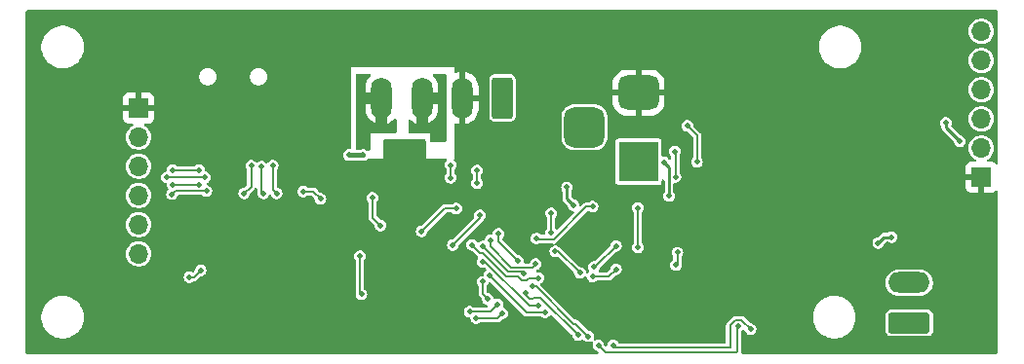
<source format=gbr>
%TF.GenerationSoftware,KiCad,Pcbnew,8.0.2*%
%TF.CreationDate,2024-12-30T14:19:07+01:00*%
%TF.ProjectId,MasterOfAccessories,4d617374-6572-44f6-9641-63636573736f,rev?*%
%TF.SameCoordinates,Original*%
%TF.FileFunction,Copper,L2,Bot*%
%TF.FilePolarity,Positive*%
%FSLAX46Y46*%
G04 Gerber Fmt 4.6, Leading zero omitted, Abs format (unit mm)*
G04 Created by KiCad (PCBNEW 8.0.2) date 2024-12-30 14:19:07*
%MOMM*%
%LPD*%
G01*
G04 APERTURE LIST*
G04 Aperture macros list*
%AMRoundRect*
0 Rectangle with rounded corners*
0 $1 Rounding radius*
0 $2 $3 $4 $5 $6 $7 $8 $9 X,Y pos of 4 corners*
0 Add a 4 corners polygon primitive as box body*
4,1,4,$2,$3,$4,$5,$6,$7,$8,$9,$2,$3,0*
0 Add four circle primitives for the rounded corners*
1,1,$1+$1,$2,$3*
1,1,$1+$1,$4,$5*
1,1,$1+$1,$6,$7*
1,1,$1+$1,$8,$9*
0 Add four rect primitives between the rounded corners*
20,1,$1+$1,$2,$3,$4,$5,0*
20,1,$1+$1,$4,$5,$6,$7,0*
20,1,$1+$1,$6,$7,$8,$9,0*
20,1,$1+$1,$8,$9,$2,$3,0*%
G04 Aperture macros list end*
%TA.AperFunction,ComponentPad*%
%ADD10RoundRect,0.875000X-0.875000X0.875000X-0.875000X-0.875000X0.875000X-0.875000X0.875000X0.875000X0*%
%TD*%
%TA.AperFunction,ComponentPad*%
%ADD11RoundRect,0.750000X-1.000000X0.750000X-1.000000X-0.750000X1.000000X-0.750000X1.000000X0.750000X0*%
%TD*%
%TA.AperFunction,ComponentPad*%
%ADD12R,3.500000X3.500000*%
%TD*%
%TA.AperFunction,ComponentPad*%
%ADD13O,1.700000X1.700000*%
%TD*%
%TA.AperFunction,ComponentPad*%
%ADD14R,1.700000X1.700000*%
%TD*%
%TA.AperFunction,ComponentPad*%
%ADD15RoundRect,0.250000X0.650000X1.550000X-0.650000X1.550000X-0.650000X-1.550000X0.650000X-1.550000X0*%
%TD*%
%TA.AperFunction,ComponentPad*%
%ADD16O,1.800000X3.600000*%
%TD*%
%TA.AperFunction,ComponentPad*%
%ADD17RoundRect,0.250000X1.550000X-0.650000X1.550000X0.650000X-1.550000X0.650000X-1.550000X-0.650000X0*%
%TD*%
%TA.AperFunction,ComponentPad*%
%ADD18O,3.600000X1.800000*%
%TD*%
%TA.AperFunction,ViaPad*%
%ADD19C,0.500000*%
%TD*%
%TA.AperFunction,Conductor*%
%ADD20C,0.200000*%
%TD*%
%TA.AperFunction,Conductor*%
%ADD21C,0.250000*%
%TD*%
%TA.AperFunction,Conductor*%
%ADD22C,0.450000*%
%TD*%
G04 APERTURE END LIST*
D10*
%TO.P,J301,3*%
%TO.N,N/C*%
X221300000Y-96472000D03*
D11*
%TO.P,J301,2*%
%TO.N,GND*%
X226000000Y-93472000D03*
D12*
%TO.P,J301,1*%
%TO.N,+12V*%
X226000000Y-99472000D03*
%TD*%
D13*
%TO.P,J601,6,Pin_6*%
%TO.N,+5V*%
X182598000Y-107500000D03*
%TO.P,J601,5,Pin_5*%
%TO.N,/MCU/dataOut*%
X182598000Y-104960000D03*
%TO.P,J601,4,Pin_4*%
%TO.N,/MCU/dataIn*%
X182598000Y-102420000D03*
%TO.P,J601,3,Pin_3*%
%TO.N,/MCU/clock*%
X182598000Y-99880000D03*
%TO.P,J601,2,Pin_2*%
%TO.N,/MCU/latch*%
X182598000Y-97340000D03*
D14*
%TO.P,J601,1,Pin_1*%
%TO.N,GND*%
X182598000Y-94800000D03*
%TD*%
%TO.P,J201,1,Pin_1*%
%TO.N,GND*%
X255761000Y-100838000D03*
D13*
%TO.P,J201,2,Pin_2*%
%TO.N,+5V*%
X255761000Y-98298000D03*
%TO.P,J201,3,Pin_3*%
%TO.N,/MCU/SCK*%
X255761000Y-95758000D03*
%TO.P,J201,4,Pin_4*%
%TO.N,/MCU/MISO*%
X255761000Y-93218000D03*
%TO.P,J201,5,Pin_5*%
%TO.N,/MCU/MOSI*%
X255761000Y-90678000D03*
%TO.P,J201,6,Pin_6*%
%TO.N,/MCU/reset*%
X255761000Y-88138000D03*
%TD*%
D15*
%TO.P,J401,1,Pin_1*%
%TO.N,+12V*%
X214195000Y-93932500D03*
D16*
%TO.P,J401,2,Pin_2*%
%TO.N,GND*%
X210695000Y-93932500D03*
%TO.P,J401,3,Pin_3*%
%TO.N,/Hbridge/OUT.A*%
X207195000Y-93932500D03*
%TO.P,J401,4,Pin_4*%
%TO.N,/Hbridge/OUT.B*%
X203695000Y-93932500D03*
%TD*%
D17*
%TO.P,J901,1,Pin_1*%
%TO.N,Net-(D901-A)*%
X249500000Y-113500000D03*
D18*
%TO.P,J901,2,Pin_2*%
%TO.N,Net-(J901-Pin_2)*%
X249500000Y-110000000D03*
%TD*%
D19*
%TO.N,GND*%
X237490000Y-113919000D03*
X238125000Y-105410000D03*
X241554000Y-105537000D03*
X234823000Y-105791000D03*
X231140000Y-107188000D03*
X247142000Y-115697000D03*
X227203000Y-110236000D03*
X236601000Y-111506000D03*
X235204000Y-112268000D03*
X233934000Y-112014000D03*
X230759000Y-110490000D03*
X230886000Y-113157000D03*
%TO.N,/MCU/LED*%
X235712000Y-114046000D03*
X223774000Y-115443000D03*
X221622909Y-114673091D03*
X216773182Y-110347182D03*
%TO.N,/MCU/Switch*%
X234641000Y-113792000D03*
X222504000Y-115457000D03*
X220726000Y-114554000D03*
X216188127Y-110932237D03*
%TO.N,GND*%
X197231000Y-89154000D03*
X197104000Y-92583000D03*
X241918000Y-95631000D03*
X251189000Y-107569000D03*
X197358000Y-105156000D03*
X246617000Y-86868000D03*
X214503000Y-100711000D03*
X201422000Y-89408000D03*
X204343000Y-88011000D03*
X203454000Y-112395000D03*
X207264000Y-110744000D03*
X184023000Y-106172000D03*
X206883000Y-98171000D03*
X212471000Y-96393000D03*
X250808000Y-95631000D03*
X248395000Y-108077000D03*
X199009000Y-91186000D03*
X193421000Y-94615000D03*
X207772000Y-89789000D03*
X244712000Y-91694000D03*
X195707000Y-114808000D03*
X248776000Y-96393000D03*
X211709000Y-103505000D03*
X252205000Y-111760000D03*
X200025000Y-111633000D03*
X190881000Y-107823000D03*
X192278000Y-115062000D03*
X218313000Y-95631000D03*
X227584000Y-108966000D03*
X226060000Y-90805000D03*
X214249000Y-91313000D03*
X226060000Y-96012000D03*
X185293000Y-103632000D03*
X187579000Y-103632000D03*
X221869000Y-113792000D03*
X178943000Y-86614000D03*
X256142000Y-102743000D03*
X249157000Y-103378000D03*
X206883000Y-101854000D03*
X250554000Y-105410000D03*
X223393000Y-113919000D03*
X202057000Y-112141000D03*
X195834000Y-113411000D03*
X252205000Y-102870000D03*
X173990000Y-105283000D03*
X193167000Y-108839000D03*
X247506000Y-93091000D03*
X209423000Y-112395000D03*
X190500000Y-96901000D03*
X198501000Y-114935000D03*
X183896000Y-101219000D03*
X220599000Y-110744000D03*
X240665000Y-109728000D03*
X190881000Y-113411000D03*
X192659000Y-112141000D03*
X210693000Y-96520000D03*
X224536000Y-109728000D03*
X228854000Y-87376000D03*
X212471000Y-93980000D03*
X215265000Y-96393000D03*
X256142000Y-115570000D03*
X179197000Y-92710000D03*
X181483000Y-109855000D03*
X226060000Y-112522000D03*
X213233000Y-104013000D03*
X228981000Y-114554000D03*
X199898000Y-100457000D03*
X186309000Y-90805000D03*
X173736000Y-91821000D03*
X197358000Y-96901000D03*
X211074000Y-101727000D03*
X192659000Y-110871000D03*
X204343000Y-98171000D03*
X184023000Y-96520000D03*
X181610000Y-98552000D03*
X219456000Y-111887000D03*
X224028000Y-114554000D03*
X185674000Y-113284000D03*
X195199000Y-91059000D03*
X207772000Y-111379000D03*
X243950000Y-96647000D03*
X186817000Y-96520000D03*
X214122000Y-104902000D03*
X223520000Y-98298000D03*
X220218000Y-115316000D03*
X204343000Y-101854000D03*
X206883000Y-99187000D03*
X184531000Y-94742000D03*
X192532000Y-113411000D03*
X204343000Y-100076000D03*
X189230000Y-96520000D03*
X204343000Y-99187000D03*
X178816000Y-99822000D03*
X206883000Y-100076000D03*
X216027000Y-93218000D03*
X184023000Y-110998000D03*
X173228000Y-115443000D03*
X186309000Y-92964000D03*
X182499000Y-92964000D03*
X210820000Y-100457000D03*
X243315000Y-92583000D03*
X193040000Y-89281000D03*
X204343000Y-100965000D03*
X186944000Y-112141000D03*
X198755000Y-87122000D03*
X225806000Y-108077000D03*
X216154000Y-107061000D03*
X198755000Y-94234000D03*
X248522000Y-93091000D03*
X228727000Y-110490000D03*
X185674000Y-97917000D03*
X197231000Y-94742000D03*
X188468000Y-89281000D03*
X184404000Y-89281000D03*
X194818000Y-106934000D03*
X228092000Y-114935000D03*
X195707000Y-96520000D03*
X223139000Y-93345000D03*
X221869000Y-88138000D03*
X211328000Y-88138000D03*
X183388000Y-86995000D03*
X206883000Y-100965000D03*
X228981000Y-93345000D03*
X245601000Y-108458000D03*
X215646000Y-99441000D03*
X202819000Y-111633000D03*
X215646000Y-102616000D03*
X212979000Y-101473000D03*
X256396000Y-107823000D03*
X183769000Y-115697000D03*
X186690000Y-103759000D03*
X173609000Y-96012000D03*
X214503000Y-103759000D03*
X195199000Y-92837000D03*
%TO.N,+5V*%
X209669091Y-100875000D03*
X218769454Y-107263453D03*
X247950000Y-106045000D03*
X201803000Y-107692000D03*
X210172000Y-103555000D03*
X207163653Y-105537000D03*
X209677000Y-99775000D03*
X225933000Y-103505000D03*
X252672379Y-96098379D03*
X221996000Y-109474000D03*
X224028000Y-108839000D03*
X225933000Y-106934000D03*
X201930000Y-111018000D03*
X202887600Y-102616000D03*
X203580293Y-105029707D03*
X246800000Y-106553000D03*
X253896093Y-97703093D03*
X220916500Y-109156500D03*
%TO.N,+12V*%
X200865000Y-98900000D03*
X202057000Y-98900000D03*
%TO.N,/MCU/reset*%
X224028000Y-106807000D03*
X231068127Y-99496127D03*
X222124760Y-108645770D03*
X230241978Y-96362478D03*
%TO.N,/MCU/S_Tx*%
X187977409Y-108944591D03*
X187009091Y-109531909D03*
%TO.N,/MCU/MISO*%
X219770000Y-101711000D03*
X220324046Y-103261000D03*
%TO.N,Net-(U501-~{DTR})*%
X191765000Y-102235000D03*
X192365000Y-99822000D03*
%TO.N,Net-(J501-D-)*%
X194564000Y-102235000D03*
X194235000Y-99822000D03*
%TO.N,Net-(J501-D+)*%
X193421000Y-102235000D03*
X193259138Y-99909028D03*
%TO.N,/DCC/DCC*%
X229235000Y-108484000D03*
X229362000Y-107384000D03*
%TO.N,/Hbridge/OUT.A*%
X208915000Y-92325000D03*
X208915000Y-93976000D03*
X208788000Y-95881000D03*
X206502000Y-96516000D03*
X208437600Y-96897000D03*
%TO.N,/Hbridge/OUT.B*%
X204470000Y-96516000D03*
X201803000Y-94103000D03*
X201803000Y-96770000D03*
X201676000Y-98167000D03*
X202946000Y-96516000D03*
X201803000Y-92198000D03*
%TO.N,/MCU/clock*%
X188341000Y-100838000D03*
X211547248Y-106714752D03*
X217297000Y-109601000D03*
X185039000Y-100838000D03*
%TO.N,/MCU/latch*%
X216042670Y-109218999D03*
X187833000Y-100203000D03*
X212469381Y-106859937D03*
X185547000Y-100203000D03*
%TO.N,/Hbridge/IN.CS*%
X211963000Y-100250111D03*
X211963000Y-101350111D03*
X212221095Y-104135905D03*
X212923409Y-111430591D03*
X209873219Y-106737781D03*
X212467049Y-109924258D03*
%TO.N,/Hbridge/IN.B*%
X213838115Y-105760194D03*
X215519000Y-108119000D03*
%TO.N,/Hbridge/IN.A*%
X213106000Y-106310194D03*
X217066088Y-108373000D03*
%TO.N,/MCU/dataIn*%
X217297000Y-112014000D03*
X212452825Y-108186886D03*
X187833000Y-101473000D03*
X185547000Y-101473000D03*
%TO.N,/MCU/dataOut*%
X188468000Y-102023000D03*
X217877336Y-112576664D03*
X198374000Y-102715000D03*
X196882562Y-102075438D03*
X185491409Y-102306409D03*
X213045780Y-109345526D03*
%TO.N,/EEPROM/SCL*%
X211897406Y-113091594D03*
X214172409Y-112679591D03*
%TO.N,/EEPROM/SDA*%
X213741000Y-111883000D03*
X211325907Y-112520096D03*
%TO.N,/MCU/POT*%
X229145913Y-98589913D03*
X229193001Y-100805568D03*
X218411153Y-103980153D03*
X218411153Y-105660000D03*
%TO.N,/MCU/BUTTONS*%
X217136501Y-106156834D03*
X221996000Y-103374000D03*
X228643001Y-102456567D03*
X228200000Y-99535827D03*
%TO.N,GND*%
X218694000Y-110998000D03*
%TD*%
D20*
%TO.N,/MCU/LED*%
X234908000Y-113242000D02*
X235712000Y-114046000D01*
X233934000Y-115678000D02*
X233934000Y-113721182D01*
X234413182Y-113242000D02*
X234908000Y-113242000D01*
X233934000Y-113721182D02*
X234413182Y-113242000D01*
X224009000Y-115678000D02*
X233934000Y-115678000D01*
X223774000Y-115443000D02*
X224009000Y-115678000D01*
X220310343Y-113572657D02*
X220522475Y-113572657D01*
X217084868Y-110347182D02*
X220310343Y-113572657D01*
X220522475Y-113572657D02*
X221622909Y-114673091D01*
X216773182Y-110347182D02*
X217084868Y-110347182D01*
%TO.N,/MCU/clock*%
X212054813Y-107222317D02*
X211547248Y-106714752D01*
X212054813Y-107223187D02*
X212054813Y-107222317D01*
X212241563Y-107409937D02*
X212054813Y-107223187D01*
X212453695Y-107409937D02*
X212241563Y-107409937D01*
X214512758Y-109469000D02*
X212453695Y-107409937D01*
X215814852Y-109768999D02*
X215514853Y-109469000D01*
X217297000Y-109601000D02*
X216438487Y-109601000D01*
X216270488Y-109768999D02*
X215814852Y-109768999D01*
X216438487Y-109601000D02*
X216270488Y-109768999D01*
X215514853Y-109469000D02*
X214512758Y-109469000D01*
%TO.N,/MCU/Switch*%
X216852500Y-111315500D02*
X217487500Y-111315500D01*
X217487500Y-111315500D02*
X220726000Y-114554000D01*
X216188127Y-111032127D02*
X216535000Y-111379000D01*
X216188127Y-110932237D02*
X216188127Y-111032127D01*
X216535000Y-111379000D02*
X216789000Y-111379000D01*
X216789000Y-111379000D02*
X216852500Y-111315500D01*
%TO.N,/Hbridge/IN.A*%
X217066088Y-108373000D02*
X216770088Y-108669000D01*
X213106000Y-106830386D02*
X213106000Y-106310194D01*
X216770088Y-108669000D02*
X214944614Y-108669000D01*
X214944614Y-108669000D02*
X213106000Y-106830386D01*
%TO.N,/MCU/latch*%
X214678444Y-109069000D02*
X212469381Y-106859937D01*
X215892671Y-109069000D02*
X214678444Y-109069000D01*
X216042670Y-109218999D02*
X215892671Y-109069000D01*
%TO.N,/Hbridge/IN.B*%
X213838115Y-106438115D02*
X213838115Y-105760194D01*
X215519000Y-108119000D02*
X213838115Y-106438115D01*
%TO.N,/MCU/Switch*%
X234569000Y-113864000D02*
X234641000Y-113792000D01*
X234569000Y-115951000D02*
X234569000Y-113864000D01*
X223125000Y-116078000D02*
X234442000Y-116078000D01*
X234442000Y-116078000D02*
X234569000Y-115951000D01*
X222504000Y-115457000D02*
X223125000Y-116078000D01*
%TO.N,/MCU/dataIn*%
X212664958Y-108186886D02*
X212452825Y-108186886D01*
X217297000Y-112014000D02*
X216492072Y-112014000D01*
X216492072Y-112014000D02*
X212664958Y-108186886D01*
%TO.N,/MCU/dataOut*%
X216276918Y-112576664D02*
X213045780Y-109345526D01*
X217877336Y-112576664D02*
X216276918Y-112576664D01*
%TO.N,/MCU/reset*%
X231068127Y-99496127D02*
X231068127Y-97188627D01*
%TO.N,/DCC/DCC*%
X229362000Y-108357000D02*
X229235000Y-108484000D01*
X229362000Y-107384000D02*
X229362000Y-108357000D01*
%TO.N,+5V*%
X220916500Y-109156500D02*
X219023453Y-107263453D01*
X209145653Y-103555000D02*
X207163653Y-105537000D01*
X221996000Y-109474000D02*
X223393000Y-109474000D01*
X203580293Y-105029707D02*
X202887600Y-104337014D01*
D21*
X252672379Y-96479379D02*
X253896093Y-97703093D01*
D20*
X219023453Y-107263453D02*
X218769454Y-107263453D01*
X209677000Y-99775000D02*
X209677000Y-100867091D01*
X201803000Y-110891000D02*
X201930000Y-111018000D01*
X209677000Y-100867091D02*
X209669091Y-100875000D01*
D21*
X247950000Y-106045000D02*
X247308000Y-106045000D01*
X247308000Y-106045000D02*
X246800000Y-106553000D01*
D20*
X202887600Y-104337014D02*
X202887600Y-102616000D01*
X201803000Y-107692000D02*
X201803000Y-110891000D01*
X225933000Y-103505000D02*
X225933000Y-106934000D01*
X223393000Y-109474000D02*
X224028000Y-108839000D01*
D21*
X252672379Y-96098379D02*
X252672379Y-96479379D01*
D20*
X210172000Y-103555000D02*
X209145653Y-103555000D01*
D22*
%TO.N,+12V*%
X202057000Y-98900000D02*
X200865000Y-98900000D01*
D20*
%TO.N,/MCU/reset*%
X222312530Y-108458000D02*
X222377000Y-108458000D01*
X222377000Y-108458000D02*
X224028000Y-106807000D01*
X222124760Y-108645770D02*
X222312530Y-108458000D01*
X231068127Y-97188627D02*
X230241978Y-96362478D01*
%TO.N,/MCU/S_Tx*%
X187009091Y-109531909D02*
X187390091Y-109531909D01*
X187390091Y-109531909D02*
X187977409Y-108944591D01*
D21*
%TO.N,/MCU/MISO*%
X219770000Y-101711000D02*
X219770000Y-102706954D01*
X219770000Y-102706954D02*
X220324046Y-103261000D01*
D20*
%TO.N,Net-(U501-~{DTR})*%
X192365000Y-99822000D02*
X192365000Y-101635000D01*
X192365000Y-101635000D02*
X191765000Y-102235000D01*
%TO.N,Net-(J501-D-)*%
X194564000Y-102235000D02*
X194235000Y-101906000D01*
X194235000Y-101906000D02*
X194235000Y-99822000D01*
%TO.N,Net-(J501-D+)*%
X193421000Y-102235000D02*
X193259138Y-102073138D01*
X193259138Y-102073138D02*
X193259138Y-99909028D01*
%TO.N,/MCU/clock*%
X185039000Y-100838000D02*
X188341000Y-100838000D01*
%TO.N,/MCU/latch*%
X185547000Y-100203000D02*
X187833000Y-100203000D01*
%TO.N,/Hbridge/IN.CS*%
X211963000Y-100250111D02*
X211963000Y-101223111D01*
X209873219Y-106737781D02*
X212221095Y-104389905D01*
X212467049Y-110974231D02*
X212467049Y-109924258D01*
X212467049Y-110974231D02*
X212923409Y-111430591D01*
X211963000Y-101223111D02*
X211836000Y-101350111D01*
X212221095Y-104389905D02*
X212221095Y-104135905D01*
%TO.N,/MCU/dataIn*%
X185547000Y-101473000D02*
X187833000Y-101473000D01*
%TO.N,/MCU/dataOut*%
X185774818Y-102023000D02*
X188468000Y-102023000D01*
X196882562Y-102075438D02*
X197734438Y-102075438D01*
X197734438Y-102075438D02*
X198374000Y-102715000D01*
X185491409Y-102306409D02*
X185774818Y-102023000D01*
%TO.N,/EEPROM/SCL*%
X214172409Y-112679591D02*
X213760406Y-113091594D01*
X213760406Y-113091594D02*
X211897406Y-113091594D01*
%TO.N,/EEPROM/SDA*%
X213103904Y-112520096D02*
X211325907Y-112520096D01*
X213741000Y-111883000D02*
X213103904Y-112520096D01*
%TO.N,/MCU/POT*%
X229193001Y-100805568D02*
X229193001Y-98637001D01*
X218411153Y-105660000D02*
X218411153Y-103980153D01*
X229193001Y-98637001D02*
X229145913Y-98589913D01*
%TO.N,/MCU/BUTTONS*%
X221474971Y-103374000D02*
X218638971Y-106210000D01*
D21*
X228643001Y-99978828D02*
X228200000Y-99535827D01*
X228618001Y-101043741D02*
X228618001Y-100567395D01*
D20*
X217189667Y-106210000D02*
X217136501Y-106156834D01*
D21*
X228643001Y-100542395D02*
X228643001Y-99978828D01*
D20*
X218638971Y-106210000D02*
X217189667Y-106210000D01*
X221996000Y-103374000D02*
X221474971Y-103374000D01*
D21*
X228618001Y-100567395D02*
X228643001Y-100542395D01*
X228643001Y-102456567D02*
X228643001Y-101068741D01*
X228643001Y-101068741D02*
X228618001Y-101043741D01*
%TD*%
%TA.AperFunction,Conductor*%
%TO.N,/Hbridge/OUT.B*%
G36*
X202698278Y-91836685D02*
G01*
X202744033Y-91889489D01*
X202753977Y-91958647D01*
X202724952Y-92022203D01*
X202718920Y-92028681D01*
X202627142Y-92120458D01*
X202497613Y-92298739D01*
X202397567Y-92495089D01*
X202329473Y-92704664D01*
X202295000Y-92922318D01*
X202295000Y-93432500D01*
X203361027Y-93432500D01*
X203326592Y-93452381D01*
X203214881Y-93564092D01*
X203135889Y-93700909D01*
X203095000Y-93853509D01*
X203095000Y-94011491D01*
X203135889Y-94164091D01*
X203214881Y-94300908D01*
X203326592Y-94412619D01*
X203463409Y-94491611D01*
X203616009Y-94532500D01*
X203773991Y-94532500D01*
X203926591Y-94491611D01*
X204063408Y-94412619D01*
X204175119Y-94300908D01*
X204195000Y-94266473D01*
X204195000Y-96142087D01*
X204232407Y-96129933D01*
X204232413Y-96129931D01*
X204428760Y-96029886D01*
X204607041Y-95900357D01*
X204766305Y-95741094D01*
X204768324Y-95743113D01*
X204816093Y-95710694D01*
X204885941Y-95708942D01*
X204945648Y-95745231D01*
X204976257Y-95808039D01*
X204978000Y-95828758D01*
X204978000Y-96900000D01*
X204958315Y-96967039D01*
X204905511Y-97012794D01*
X204854000Y-97024000D01*
X202692000Y-97024000D01*
X202692000Y-98424000D01*
X202672315Y-98491039D01*
X202619511Y-98536794D01*
X202568000Y-98548000D01*
X202469164Y-98548000D01*
X202402125Y-98528315D01*
X202388317Y-98517979D01*
X202388129Y-98517858D01*
X202388128Y-98517857D01*
X202267053Y-98440047D01*
X202267051Y-98440046D01*
X202267049Y-98440045D01*
X202267050Y-98440045D01*
X202128963Y-98399500D01*
X202128961Y-98399500D01*
X201985039Y-98399500D01*
X201985038Y-98399500D01*
X201917003Y-98419477D01*
X201882068Y-98424500D01*
X201546000Y-98424500D01*
X201478961Y-98404815D01*
X201433206Y-98352011D01*
X201422000Y-98300500D01*
X201422000Y-94942681D01*
X202295000Y-94942681D01*
X202329473Y-95160335D01*
X202397567Y-95369910D01*
X202497613Y-95566260D01*
X202627142Y-95744541D01*
X202782958Y-95900357D01*
X202961239Y-96029886D01*
X203157586Y-96129931D01*
X203157592Y-96129933D01*
X203194999Y-96142087D01*
X203195000Y-96142086D01*
X203195000Y-94432500D01*
X202295000Y-94432500D01*
X202295000Y-94942681D01*
X201422000Y-94942681D01*
X201422000Y-91941000D01*
X201441685Y-91873961D01*
X201494489Y-91828206D01*
X201546000Y-91817000D01*
X202631239Y-91817000D01*
X202698278Y-91836685D01*
G37*
%TD.AperFunction*%
%TA.AperFunction,Conductor*%
G36*
X204138039Y-93452185D02*
G01*
X204183794Y-93504989D01*
X204195000Y-93556500D01*
X204195000Y-93598526D01*
X204175119Y-93564092D01*
X204063408Y-93452381D01*
X204028973Y-93432500D01*
X204071000Y-93432500D01*
X204138039Y-93452185D01*
G37*
%TD.AperFunction*%
%TD*%
%TA.AperFunction,Conductor*%
%TO.N,GND*%
G36*
X257142539Y-86320185D02*
G01*
X257188294Y-86372989D01*
X257199500Y-86424500D01*
X257199500Y-99567246D01*
X257179815Y-99634285D01*
X257127011Y-99680040D01*
X257057853Y-99689984D01*
X256994297Y-99660959D01*
X256976234Y-99641558D01*
X256968187Y-99630809D01*
X256853093Y-99544649D01*
X256853086Y-99544645D01*
X256718379Y-99494403D01*
X256718372Y-99494401D01*
X256658844Y-99488000D01*
X256365388Y-99488000D01*
X256298349Y-99468315D01*
X256252594Y-99415511D01*
X256242650Y-99346353D01*
X256271675Y-99282797D01*
X256300111Y-99258573D01*
X256427039Y-99179982D01*
X256427038Y-99179982D01*
X256427041Y-99179981D01*
X256577764Y-99042579D01*
X256700673Y-98879821D01*
X256791582Y-98697250D01*
X256847397Y-98501083D01*
X256866215Y-98298000D01*
X256847397Y-98094917D01*
X256791582Y-97898750D01*
X256789031Y-97893627D01*
X256734870Y-97784857D01*
X256700673Y-97716179D01*
X256577764Y-97553421D01*
X256577762Y-97553418D01*
X256427041Y-97416019D01*
X256427039Y-97416017D01*
X256253642Y-97308655D01*
X256253635Y-97308651D01*
X256155155Y-97270500D01*
X256063456Y-97234976D01*
X255862976Y-97197500D01*
X255659024Y-97197500D01*
X255458544Y-97234976D01*
X255458541Y-97234976D01*
X255458541Y-97234977D01*
X255268364Y-97308651D01*
X255268357Y-97308655D01*
X255094960Y-97416017D01*
X255094958Y-97416019D01*
X254944237Y-97553418D01*
X254821327Y-97716178D01*
X254730422Y-97898739D01*
X254730417Y-97898752D01*
X254674602Y-98094917D01*
X254655785Y-98297999D01*
X254655785Y-98298000D01*
X254674602Y-98501082D01*
X254730417Y-98697247D01*
X254730422Y-98697260D01*
X254821327Y-98879821D01*
X254944237Y-99042581D01*
X255094958Y-99179980D01*
X255094960Y-99179982D01*
X255221889Y-99258573D01*
X255268525Y-99310601D01*
X255279629Y-99379583D01*
X255251676Y-99443617D01*
X255193541Y-99482373D01*
X255156612Y-99488000D01*
X254863155Y-99488000D01*
X254803627Y-99494401D01*
X254803620Y-99494403D01*
X254668913Y-99544645D01*
X254668906Y-99544649D01*
X254553812Y-99630809D01*
X254553809Y-99630812D01*
X254467649Y-99745906D01*
X254467645Y-99745913D01*
X254417403Y-99880620D01*
X254417401Y-99880627D01*
X254411000Y-99940155D01*
X254411000Y-100588000D01*
X255327988Y-100588000D01*
X255295075Y-100645007D01*
X255261000Y-100772174D01*
X255261000Y-100903826D01*
X255295075Y-101030993D01*
X255327988Y-101088000D01*
X254411000Y-101088000D01*
X254411000Y-101735844D01*
X254417401Y-101795372D01*
X254417403Y-101795379D01*
X254467645Y-101930086D01*
X254467649Y-101930093D01*
X254553809Y-102045187D01*
X254553812Y-102045190D01*
X254668906Y-102131350D01*
X254668913Y-102131354D01*
X254803620Y-102181596D01*
X254803627Y-102181598D01*
X254863155Y-102187999D01*
X254863172Y-102188000D01*
X255511000Y-102188000D01*
X255511000Y-101271012D01*
X255568007Y-101303925D01*
X255695174Y-101338000D01*
X255826826Y-101338000D01*
X255953993Y-101303925D01*
X256011000Y-101271012D01*
X256011000Y-102188000D01*
X256658828Y-102188000D01*
X256658844Y-102187999D01*
X256718372Y-102181598D01*
X256718379Y-102181596D01*
X256853086Y-102131354D01*
X256853093Y-102131350D01*
X256968187Y-102045190D01*
X256976232Y-102034444D01*
X257032165Y-101992572D01*
X257101857Y-101987586D01*
X257163180Y-102021071D01*
X257196666Y-102082393D01*
X257199500Y-102108753D01*
X257199500Y-116075500D01*
X257179815Y-116142539D01*
X257127011Y-116188294D01*
X257075500Y-116199500D01*
X235026879Y-116199500D01*
X234959840Y-116179815D01*
X234914085Y-116127011D01*
X234904141Y-116057853D01*
X234907104Y-116043408D01*
X234911256Y-116027908D01*
X234919500Y-115997144D01*
X234919500Y-114275673D01*
X234939185Y-114208634D01*
X234966561Y-114181260D01*
X234965426Y-114179950D01*
X234972124Y-114174145D01*
X234972128Y-114174143D01*
X235011012Y-114129267D01*
X235069787Y-114091493D01*
X235139657Y-114091492D01*
X235198436Y-114129266D01*
X235221909Y-114180656D01*
X235224335Y-114179944D01*
X235226834Y-114188455D01*
X235238107Y-114213138D01*
X235286623Y-114319373D01*
X235380872Y-114428143D01*
X235501947Y-114505953D01*
X235501950Y-114505954D01*
X235501949Y-114505954D01*
X235640036Y-114546499D01*
X235640038Y-114546500D01*
X235640039Y-114546500D01*
X235783962Y-114546500D01*
X235783962Y-114546499D01*
X235897450Y-114513177D01*
X235922050Y-114505954D01*
X235922050Y-114505953D01*
X235922053Y-114505953D01*
X236043128Y-114428143D01*
X236137377Y-114319373D01*
X236197165Y-114188457D01*
X236217647Y-114046000D01*
X236197165Y-113903543D01*
X236137377Y-113772627D01*
X236043128Y-113663857D01*
X235922053Y-113586047D01*
X235922051Y-113586046D01*
X235922049Y-113586045D01*
X235922050Y-113586045D01*
X235783963Y-113545500D01*
X235783961Y-113545500D01*
X235758544Y-113545500D01*
X235691505Y-113525815D01*
X235670863Y-113509181D01*
X235123213Y-112961531D01*
X235123208Y-112961527D01*
X235043290Y-112915387D01*
X235043289Y-112915386D01*
X235043288Y-112915386D01*
X234954144Y-112891500D01*
X234367038Y-112891500D01*
X234367036Y-112891500D01*
X234323082Y-112903277D01*
X234323082Y-112903278D01*
X234277894Y-112915386D01*
X234277893Y-112915386D01*
X234277891Y-112915387D01*
X234197973Y-112961527D01*
X234197968Y-112961531D01*
X233653531Y-113505968D01*
X233653529Y-113505971D01*
X233631397Y-113544305D01*
X233627217Y-113551547D01*
X233617365Y-113568611D01*
X233617363Y-113568613D01*
X233607387Y-113585891D01*
X233583500Y-113675038D01*
X233583500Y-115203500D01*
X233563815Y-115270539D01*
X233511011Y-115316294D01*
X233459500Y-115327500D01*
X224351165Y-115327500D01*
X224284126Y-115307815D01*
X224238371Y-115255011D01*
X224199379Y-115169630D01*
X224199376Y-115169626D01*
X224105128Y-115060857D01*
X223984053Y-114983047D01*
X223984051Y-114983046D01*
X223984049Y-114983045D01*
X223984050Y-114983045D01*
X223845963Y-114942500D01*
X223845961Y-114942500D01*
X223702039Y-114942500D01*
X223702036Y-114942500D01*
X223563949Y-114983045D01*
X223442873Y-115060856D01*
X223348623Y-115169626D01*
X223348622Y-115169628D01*
X223288834Y-115300543D01*
X223268074Y-115444939D01*
X223239049Y-115508495D01*
X223180271Y-115546269D01*
X223110401Y-115546269D01*
X223057655Y-115514973D01*
X223040503Y-115497821D01*
X223007018Y-115436498D01*
X223005449Y-115427805D01*
X222989165Y-115314543D01*
X222929377Y-115183627D01*
X222835128Y-115074857D01*
X222714053Y-114997047D01*
X222714051Y-114997046D01*
X222714049Y-114997045D01*
X222714050Y-114997045D01*
X222575963Y-114956500D01*
X222575961Y-114956500D01*
X222432039Y-114956500D01*
X222432036Y-114956500D01*
X222293949Y-114997045D01*
X222293943Y-114997048D01*
X222268800Y-115013206D01*
X222201760Y-115032889D01*
X222134722Y-115013203D01*
X222088968Y-114960397D01*
X222079027Y-114891238D01*
X222088969Y-114857381D01*
X222108074Y-114815548D01*
X222128556Y-114673091D01*
X222108074Y-114530634D01*
X222048286Y-114399718D01*
X221954037Y-114290948D01*
X221832962Y-114213138D01*
X221832960Y-114213137D01*
X221832958Y-114213136D01*
X221832959Y-114213136D01*
X221694872Y-114172591D01*
X221694870Y-114172591D01*
X221669453Y-114172591D01*
X221602414Y-114152906D01*
X221581772Y-114136272D01*
X220737688Y-113292188D01*
X220737683Y-113292184D01*
X220657765Y-113246044D01*
X220657764Y-113246043D01*
X220657763Y-113246043D01*
X220568619Y-113222157D01*
X220568618Y-113222157D01*
X220506887Y-113222157D01*
X220439848Y-113202472D01*
X220419206Y-113185838D01*
X220112079Y-112878711D01*
X241149500Y-112878711D01*
X241149500Y-113121288D01*
X241181161Y-113361785D01*
X241243947Y-113596104D01*
X241317066Y-113772628D01*
X241336776Y-113820212D01*
X241458064Y-114030289D01*
X241458066Y-114030292D01*
X241458067Y-114030293D01*
X241605733Y-114222736D01*
X241605739Y-114222743D01*
X241777256Y-114394260D01*
X241777263Y-114394266D01*
X241784370Y-114399719D01*
X241969711Y-114541936D01*
X242179788Y-114663224D01*
X242403900Y-114756054D01*
X242638211Y-114818838D01*
X242818586Y-114842584D01*
X242878711Y-114850500D01*
X242878712Y-114850500D01*
X243121289Y-114850500D01*
X243169388Y-114844167D01*
X243361789Y-114818838D01*
X243596100Y-114756054D01*
X243820212Y-114663224D01*
X244030289Y-114541936D01*
X244222738Y-114394265D01*
X244394265Y-114222738D01*
X244541936Y-114030289D01*
X244663224Y-113820212D01*
X244756054Y-113596100D01*
X244818838Y-113361789D01*
X244850500Y-113121288D01*
X244850500Y-112878712D01*
X244840419Y-112802135D01*
X247449500Y-112802135D01*
X247449500Y-114197870D01*
X247449501Y-114197876D01*
X247455908Y-114257483D01*
X247506202Y-114392328D01*
X247506206Y-114392335D01*
X247592452Y-114507544D01*
X247592455Y-114507547D01*
X247707664Y-114593793D01*
X247707671Y-114593797D01*
X247842517Y-114644091D01*
X247842516Y-114644091D01*
X247849444Y-114644835D01*
X247902127Y-114650500D01*
X251097872Y-114650499D01*
X251157483Y-114644091D01*
X251292331Y-114593796D01*
X251407546Y-114507546D01*
X251493796Y-114392331D01*
X251544091Y-114257483D01*
X251550500Y-114197873D01*
X251550499Y-112802128D01*
X251544091Y-112742517D01*
X251543560Y-112741094D01*
X251493797Y-112607671D01*
X251493793Y-112607664D01*
X251407547Y-112492455D01*
X251407544Y-112492452D01*
X251292335Y-112406206D01*
X251292328Y-112406202D01*
X251157482Y-112355908D01*
X251157483Y-112355908D01*
X251097883Y-112349501D01*
X251097881Y-112349500D01*
X251097873Y-112349500D01*
X251097864Y-112349500D01*
X247902129Y-112349500D01*
X247902123Y-112349501D01*
X247842516Y-112355908D01*
X247707671Y-112406202D01*
X247707664Y-112406206D01*
X247592455Y-112492452D01*
X247592452Y-112492455D01*
X247506206Y-112607664D01*
X247506202Y-112607671D01*
X247455908Y-112742517D01*
X247450431Y-112793467D01*
X247449501Y-112802123D01*
X247449500Y-112802135D01*
X244840419Y-112802135D01*
X244818838Y-112638211D01*
X244756054Y-112403900D01*
X244663224Y-112179788D01*
X244541936Y-111969711D01*
X244475400Y-111883000D01*
X244394266Y-111777263D01*
X244394260Y-111777256D01*
X244222743Y-111605739D01*
X244222736Y-111605733D01*
X244030293Y-111458067D01*
X244030292Y-111458066D01*
X244030289Y-111458064D01*
X243820212Y-111336776D01*
X243756559Y-111310410D01*
X243596104Y-111243947D01*
X243478944Y-111212554D01*
X243361789Y-111181162D01*
X243361788Y-111181161D01*
X243361785Y-111181161D01*
X243121289Y-111149500D01*
X243121288Y-111149500D01*
X242878712Y-111149500D01*
X242878711Y-111149500D01*
X242638214Y-111181161D01*
X242403895Y-111243947D01*
X242179794Y-111336773D01*
X242179785Y-111336777D01*
X241969706Y-111458067D01*
X241777263Y-111605733D01*
X241777256Y-111605739D01*
X241605739Y-111777256D01*
X241605733Y-111777263D01*
X241458067Y-111969706D01*
X241336777Y-112179785D01*
X241336773Y-112179794D01*
X241243947Y-112403895D01*
X241181161Y-112638214D01*
X241149500Y-112878711D01*
X220112079Y-112878711D01*
X217486354Y-110252986D01*
X217452869Y-110191663D01*
X217457853Y-110121971D01*
X217499725Y-110066038D01*
X217506996Y-110060989D01*
X217507051Y-110060953D01*
X217507053Y-110060953D01*
X217628128Y-109983143D01*
X217722377Y-109874373D01*
X217782165Y-109743457D01*
X217802647Y-109601000D01*
X217782165Y-109458543D01*
X217722377Y-109327627D01*
X217628128Y-109218857D01*
X217507053Y-109141047D01*
X217507051Y-109141046D01*
X217507049Y-109141045D01*
X217507050Y-109141045D01*
X217368963Y-109100500D01*
X217368961Y-109100500D01*
X217227398Y-109100500D01*
X217160359Y-109080815D01*
X217114604Y-109028011D01*
X217104660Y-108958853D01*
X217133685Y-108895297D01*
X217192463Y-108857523D01*
X217192464Y-108857523D01*
X217276138Y-108832954D01*
X217276138Y-108832953D01*
X217276141Y-108832953D01*
X217397216Y-108755143D01*
X217491465Y-108646373D01*
X217551253Y-108515457D01*
X217571735Y-108373000D01*
X217551253Y-108230543D01*
X217491465Y-108099627D01*
X217397216Y-107990857D01*
X217276141Y-107913047D01*
X217276139Y-107913046D01*
X217276137Y-107913045D01*
X217276138Y-107913045D01*
X217138051Y-107872500D01*
X217138049Y-107872500D01*
X216994127Y-107872500D01*
X216994124Y-107872500D01*
X216856037Y-107913045D01*
X216734961Y-107990856D01*
X216640711Y-108099626D01*
X216640710Y-108099628D01*
X216577239Y-108238610D01*
X216575781Y-108237944D01*
X216543467Y-108288219D01*
X216479909Y-108317239D01*
X216462271Y-108318500D01*
X216139067Y-108318500D01*
X216072028Y-108298815D01*
X216026273Y-108246011D01*
X216016329Y-108176853D01*
X216024647Y-108119000D01*
X216004165Y-107976543D01*
X215944377Y-107845627D01*
X215850128Y-107736857D01*
X215729053Y-107659047D01*
X215729051Y-107659046D01*
X215729049Y-107659045D01*
X215729050Y-107659045D01*
X215590963Y-107618500D01*
X215590961Y-107618500D01*
X215565543Y-107618500D01*
X215498504Y-107598815D01*
X215477862Y-107582181D01*
X214224934Y-106329252D01*
X214191449Y-106267929D01*
X214188615Y-106241571D01*
X214188615Y-106166229D01*
X214191374Y-106156834D01*
X216630854Y-106156834D01*
X216651335Y-106299290D01*
X216706691Y-106420500D01*
X216711124Y-106430207D01*
X216805373Y-106538977D01*
X216926448Y-106616787D01*
X216926451Y-106616788D01*
X216926450Y-106616788D01*
X217064537Y-106657333D01*
X217064539Y-106657334D01*
X217064540Y-106657334D01*
X217208463Y-106657334D01*
X217208463Y-106657333D01*
X217346554Y-106616787D01*
X217358416Y-106609164D01*
X217403509Y-106580185D01*
X217470548Y-106560500D01*
X218524543Y-106560500D01*
X218591582Y-106580185D01*
X218637337Y-106632989D01*
X218647281Y-106702147D01*
X218618256Y-106765703D01*
X218566950Y-106798674D01*
X218567471Y-106799814D01*
X218559545Y-106803433D01*
X218559478Y-106803477D01*
X218559477Y-106803477D01*
X218559403Y-106803498D01*
X218438327Y-106881309D01*
X218344077Y-106990079D01*
X218344076Y-106990081D01*
X218284288Y-107120996D01*
X218263807Y-107263453D01*
X218284288Y-107405909D01*
X218344076Y-107536824D01*
X218344077Y-107536826D01*
X218438326Y-107645596D01*
X218559401Y-107723406D01*
X218559404Y-107723407D01*
X218559403Y-107723407D01*
X218697490Y-107763952D01*
X218697492Y-107763953D01*
X218697493Y-107763953D01*
X218841415Y-107763953D01*
X218915268Y-107742268D01*
X218985135Y-107742268D01*
X219037882Y-107773564D01*
X220379995Y-109115677D01*
X220413480Y-109177000D01*
X220415052Y-109185710D01*
X220431334Y-109298956D01*
X220479556Y-109404545D01*
X220491123Y-109429873D01*
X220585372Y-109538643D01*
X220706447Y-109616453D01*
X220706450Y-109616454D01*
X220706449Y-109616454D01*
X220813607Y-109647917D01*
X220823716Y-109650886D01*
X220844536Y-109656999D01*
X220844538Y-109657000D01*
X220844539Y-109657000D01*
X220988462Y-109657000D01*
X220988462Y-109656999D01*
X221095621Y-109625535D01*
X221126550Y-109616454D01*
X221126550Y-109616453D01*
X221126553Y-109616453D01*
X221247628Y-109538643D01*
X221285973Y-109494389D01*
X221344748Y-109456617D01*
X221414618Y-109456617D01*
X221473396Y-109494390D01*
X221502422Y-109557946D01*
X221510834Y-109616456D01*
X221537281Y-109674365D01*
X221570623Y-109747373D01*
X221664872Y-109856143D01*
X221785947Y-109933953D01*
X221785950Y-109933954D01*
X221785949Y-109933954D01*
X221924036Y-109974499D01*
X221924038Y-109974500D01*
X221924039Y-109974500D01*
X222067962Y-109974500D01*
X222067962Y-109974499D01*
X222206053Y-109933953D01*
X222244184Y-109909448D01*
X247449500Y-109909448D01*
X247449500Y-110090551D01*
X247477829Y-110269410D01*
X247533787Y-110441636D01*
X247533788Y-110441639D01*
X247616006Y-110602997D01*
X247722441Y-110749494D01*
X247722445Y-110749499D01*
X247850500Y-110877554D01*
X247850505Y-110877558D01*
X247925765Y-110932237D01*
X247997006Y-110983996D01*
X248102484Y-111037740D01*
X248158360Y-111066211D01*
X248158363Y-111066212D01*
X248244476Y-111094191D01*
X248330591Y-111122171D01*
X248413429Y-111135291D01*
X248509449Y-111150500D01*
X248509454Y-111150500D01*
X250490551Y-111150500D01*
X250577259Y-111136765D01*
X250669409Y-111122171D01*
X250841639Y-111066211D01*
X251002994Y-110983996D01*
X251149501Y-110877553D01*
X251277553Y-110749501D01*
X251383996Y-110602994D01*
X251466211Y-110441639D01*
X251522171Y-110269409D01*
X251545523Y-110121971D01*
X251550500Y-110090551D01*
X251550500Y-109909448D01*
X251534001Y-109805280D01*
X251522171Y-109730591D01*
X251466211Y-109558361D01*
X251466211Y-109558360D01*
X251427002Y-109481410D01*
X251383996Y-109397006D01*
X251333590Y-109327628D01*
X251277558Y-109250505D01*
X251277554Y-109250500D01*
X251149499Y-109122445D01*
X251149494Y-109122441D01*
X251002997Y-109016006D01*
X251002996Y-109016005D01*
X251002994Y-109016004D01*
X250941164Y-108984500D01*
X250841639Y-108933788D01*
X250841636Y-108933787D01*
X250669410Y-108877829D01*
X250490551Y-108849500D01*
X250490546Y-108849500D01*
X248509454Y-108849500D01*
X248509449Y-108849500D01*
X248330589Y-108877829D01*
X248158363Y-108933787D01*
X248158360Y-108933788D01*
X247997002Y-109016006D01*
X247850505Y-109122441D01*
X247850500Y-109122445D01*
X247722445Y-109250500D01*
X247722441Y-109250505D01*
X247616006Y-109397002D01*
X247533788Y-109558360D01*
X247533787Y-109558363D01*
X247477829Y-109730589D01*
X247449500Y-109909448D01*
X222244184Y-109909448D01*
X222327128Y-109856143D01*
X222327136Y-109856133D01*
X222328688Y-109854790D01*
X222330572Y-109853929D01*
X222334589Y-109851348D01*
X222334960Y-109851925D01*
X222392243Y-109825763D01*
X222409895Y-109824500D01*
X223439142Y-109824500D01*
X223439144Y-109824500D01*
X223528288Y-109800614D01*
X223548456Y-109788970D01*
X223608212Y-109754470D01*
X223986863Y-109375819D01*
X224048186Y-109342334D01*
X224074544Y-109339500D01*
X224099962Y-109339500D01*
X224099962Y-109339499D01*
X224207121Y-109308035D01*
X224238050Y-109298954D01*
X224238050Y-109298953D01*
X224238053Y-109298953D01*
X224359128Y-109221143D01*
X224453377Y-109112373D01*
X224513165Y-108981457D01*
X224533647Y-108839000D01*
X224513165Y-108696543D01*
X224453377Y-108565627D01*
X224382647Y-108484000D01*
X228729353Y-108484000D01*
X228749834Y-108626456D01*
X228809622Y-108757371D01*
X228809623Y-108757373D01*
X228903872Y-108866143D01*
X229024947Y-108943953D01*
X229024950Y-108943954D01*
X229024949Y-108943954D01*
X229075692Y-108958853D01*
X229152675Y-108981457D01*
X229163036Y-108984499D01*
X229163038Y-108984500D01*
X229163039Y-108984500D01*
X229306962Y-108984500D01*
X229306962Y-108984499D01*
X229426264Y-108949470D01*
X229445050Y-108943954D01*
X229445050Y-108943953D01*
X229445053Y-108943953D01*
X229566128Y-108866143D01*
X229660377Y-108757373D01*
X229720165Y-108626457D01*
X229740647Y-108484000D01*
X229720165Y-108341543D01*
X229717666Y-108333032D01*
X229720004Y-108332345D01*
X229712500Y-108297783D01*
X229712500Y-107790035D01*
X229732185Y-107722996D01*
X229742782Y-107708837D01*
X229787377Y-107657373D01*
X229847165Y-107526457D01*
X229867647Y-107384000D01*
X229847165Y-107241543D01*
X229787377Y-107110627D01*
X229693128Y-107001857D01*
X229572053Y-106924047D01*
X229572051Y-106924046D01*
X229572049Y-106924045D01*
X229572050Y-106924045D01*
X229433963Y-106883500D01*
X229433961Y-106883500D01*
X229290039Y-106883500D01*
X229290036Y-106883500D01*
X229151949Y-106924045D01*
X229030873Y-107001856D01*
X229030872Y-107001856D01*
X229030872Y-107001857D01*
X229018290Y-107016377D01*
X228936623Y-107110626D01*
X228936622Y-107110628D01*
X228876834Y-107241543D01*
X228856353Y-107384000D01*
X228876834Y-107526456D01*
X228936622Y-107657371D01*
X228936623Y-107657373D01*
X228981213Y-107708833D01*
X229010238Y-107772388D01*
X229011500Y-107790035D01*
X229011500Y-107964979D01*
X228991815Y-108032018D01*
X228954540Y-108069294D01*
X228903873Y-108101856D01*
X228903866Y-108101862D01*
X228809625Y-108210622D01*
X228809622Y-108210628D01*
X228749834Y-108341543D01*
X228729353Y-108484000D01*
X224382647Y-108484000D01*
X224359128Y-108456857D01*
X224238053Y-108379047D01*
X224238051Y-108379046D01*
X224238049Y-108379045D01*
X224238050Y-108379045D01*
X224099963Y-108338500D01*
X224099961Y-108338500D01*
X223956039Y-108338500D01*
X223956036Y-108338500D01*
X223817949Y-108379045D01*
X223696873Y-108456856D01*
X223602623Y-108565626D01*
X223602622Y-108565628D01*
X223542834Y-108696543D01*
X223526552Y-108809788D01*
X223497526Y-108873343D01*
X223491496Y-108879821D01*
X223284135Y-109087182D01*
X223222815Y-109120666D01*
X223196456Y-109123500D01*
X222644583Y-109123500D01*
X222577544Y-109103815D01*
X222531789Y-109051011D01*
X222521845Y-108981853D01*
X222546682Y-108927465D01*
X222545342Y-108926604D01*
X222550132Y-108919148D01*
X222550137Y-108919143D01*
X222609925Y-108788227D01*
X222615380Y-108750279D01*
X222644403Y-108686724D01*
X222650423Y-108680257D01*
X223986863Y-107343819D01*
X224048186Y-107310334D01*
X224074544Y-107307500D01*
X224099962Y-107307500D01*
X224099962Y-107307499D01*
X224238053Y-107266953D01*
X224359128Y-107189143D01*
X224453377Y-107080373D01*
X224513165Y-106949457D01*
X224533647Y-106807000D01*
X224513165Y-106664543D01*
X224453377Y-106533627D01*
X224359128Y-106424857D01*
X224238053Y-106347047D01*
X224238051Y-106347046D01*
X224238049Y-106347045D01*
X224238050Y-106347045D01*
X224099963Y-106306500D01*
X224099961Y-106306500D01*
X223956039Y-106306500D01*
X223956036Y-106306500D01*
X223817949Y-106347045D01*
X223696873Y-106424856D01*
X223602623Y-106533626D01*
X223602622Y-106533628D01*
X223542834Y-106664543D01*
X223526552Y-106777788D01*
X223497526Y-106841343D01*
X223491495Y-106847821D01*
X222242658Y-108096658D01*
X222187075Y-108128751D01*
X222177241Y-108131386D01*
X222169731Y-108134497D01*
X222168775Y-108132190D01*
X222119968Y-108145270D01*
X222052796Y-108145270D01*
X221914709Y-108185815D01*
X221793633Y-108263626D01*
X221699383Y-108372396D01*
X221699382Y-108372398D01*
X221639594Y-108503313D01*
X221619113Y-108645770D01*
X221639594Y-108788226D01*
X221699385Y-108919147D01*
X221700813Y-108921370D01*
X221701556Y-108923901D01*
X221703067Y-108927210D01*
X221702591Y-108927427D01*
X221720493Y-108988411D01*
X221700804Y-109055449D01*
X221670935Y-109085317D01*
X221671572Y-109086052D01*
X221664869Y-109091859D01*
X221626528Y-109136108D01*
X221567750Y-109173882D01*
X221497880Y-109173882D01*
X221439102Y-109136108D01*
X221410077Y-109072552D01*
X221410077Y-109072551D01*
X221409991Y-109071956D01*
X221401665Y-109014043D01*
X221341877Y-108883127D01*
X221247628Y-108774357D01*
X221126553Y-108696547D01*
X221126551Y-108696546D01*
X221126549Y-108696545D01*
X221126550Y-108696545D01*
X220988463Y-108656000D01*
X220988461Y-108656000D01*
X220963044Y-108656000D01*
X220896005Y-108636315D01*
X220875363Y-108619681D01*
X219238666Y-106982984D01*
X219238661Y-106982980D01*
X219156701Y-106935661D01*
X219124988Y-106909476D01*
X219100583Y-106881311D01*
X219100581Y-106881309D01*
X219015095Y-106826371D01*
X218979507Y-106803500D01*
X218979505Y-106803499D01*
X218979503Y-106803498D01*
X218979504Y-106803498D01*
X218841417Y-106762953D01*
X218832638Y-106761691D01*
X218832964Y-106759418D01*
X218777963Y-106743268D01*
X218732208Y-106690464D01*
X218722264Y-106621306D01*
X218751289Y-106557750D01*
X218783004Y-106531565D01*
X218791725Y-106526530D01*
X218854183Y-106490470D01*
X221547729Y-103796923D01*
X221609050Y-103763440D01*
X221678742Y-103768424D01*
X221702443Y-103780288D01*
X221753899Y-103813357D01*
X221785948Y-103833954D01*
X221924036Y-103874499D01*
X221924038Y-103874500D01*
X221924039Y-103874500D01*
X222067962Y-103874500D01*
X222067962Y-103874499D01*
X222175121Y-103843035D01*
X222206050Y-103833954D01*
X222206050Y-103833953D01*
X222206053Y-103833953D01*
X222327128Y-103756143D01*
X222421377Y-103647373D01*
X222481165Y-103516457D01*
X222482812Y-103505000D01*
X225427353Y-103505000D01*
X225447834Y-103647456D01*
X225496383Y-103753761D01*
X225507623Y-103778373D01*
X225552213Y-103829833D01*
X225581238Y-103893388D01*
X225582500Y-103911035D01*
X225582500Y-106527963D01*
X225562815Y-106595002D01*
X225552214Y-106609164D01*
X225507625Y-106660623D01*
X225507622Y-106660628D01*
X225447834Y-106791543D01*
X225427353Y-106934000D01*
X225447834Y-107076456D01*
X225500374Y-107191500D01*
X225507623Y-107207373D01*
X225601872Y-107316143D01*
X225722947Y-107393953D01*
X225722950Y-107393954D01*
X225722949Y-107393954D01*
X225861036Y-107434499D01*
X225861038Y-107434500D01*
X225861039Y-107434500D01*
X226004962Y-107434500D01*
X226004962Y-107434499D01*
X226143053Y-107393953D01*
X226264128Y-107316143D01*
X226358377Y-107207373D01*
X226418165Y-107076457D01*
X226438647Y-106934000D01*
X226418165Y-106791543D01*
X226358377Y-106660627D01*
X226352052Y-106653327D01*
X226313786Y-106609164D01*
X226288138Y-106553000D01*
X246294353Y-106553000D01*
X246314834Y-106695456D01*
X246369754Y-106815712D01*
X246374623Y-106826373D01*
X246468872Y-106935143D01*
X246589947Y-107012953D01*
X246589950Y-107012954D01*
X246589949Y-107012954D01*
X246728036Y-107053499D01*
X246728038Y-107053500D01*
X246728039Y-107053500D01*
X246871962Y-107053500D01*
X246871962Y-107053499D01*
X247010053Y-107012953D01*
X247131128Y-106935143D01*
X247225377Y-106826373D01*
X247234225Y-106807000D01*
X247238274Y-106798132D01*
X247285165Y-106695457D01*
X247295509Y-106623504D01*
X247324533Y-106559950D01*
X247330567Y-106553469D01*
X247427220Y-106456818D01*
X247488543Y-106423334D01*
X247514900Y-106420500D01*
X247572126Y-106420500D01*
X247639165Y-106440185D01*
X247639166Y-106440185D01*
X247739947Y-106504953D01*
X247739948Y-106504953D01*
X247739949Y-106504954D01*
X247830580Y-106531565D01*
X247855823Y-106538977D01*
X247878036Y-106545499D01*
X247878038Y-106545500D01*
X247878039Y-106545500D01*
X248021962Y-106545500D01*
X248021962Y-106545499D01*
X248160053Y-106504953D01*
X248281128Y-106427143D01*
X248375377Y-106318373D01*
X248435165Y-106187457D01*
X248455647Y-106045000D01*
X248435165Y-105902543D01*
X248375377Y-105771627D01*
X248281128Y-105662857D01*
X248160053Y-105585047D01*
X248160051Y-105585046D01*
X248160049Y-105585045D01*
X248160050Y-105585045D01*
X248021963Y-105544500D01*
X248021961Y-105544500D01*
X247878039Y-105544500D01*
X247878036Y-105544500D01*
X247739949Y-105585045D01*
X247739948Y-105585046D01*
X247639166Y-105649815D01*
X247572126Y-105669500D01*
X247258563Y-105669500D01*
X247221405Y-105679456D01*
X247221405Y-105679457D01*
X247163062Y-105695090D01*
X247163061Y-105695090D01*
X247163059Y-105695091D01*
X247077436Y-105744526D01*
X247077437Y-105744526D01*
X246805602Y-106016360D01*
X246744279Y-106049845D01*
X246735571Y-106051416D01*
X246728041Y-106052498D01*
X246589949Y-106093045D01*
X246468873Y-106170856D01*
X246374623Y-106279626D01*
X246374622Y-106279628D01*
X246314834Y-106410543D01*
X246294353Y-106553000D01*
X226288138Y-106553000D01*
X226284762Y-106545608D01*
X226283500Y-106527963D01*
X226283500Y-103911035D01*
X226303185Y-103843996D01*
X226313782Y-103829837D01*
X226358377Y-103778373D01*
X226418165Y-103647457D01*
X226438647Y-103505000D01*
X226418165Y-103362543D01*
X226358377Y-103231627D01*
X226264128Y-103122857D01*
X226143053Y-103045047D01*
X226143051Y-103045046D01*
X226143049Y-103045045D01*
X226143050Y-103045045D01*
X226004963Y-103004500D01*
X226004961Y-103004500D01*
X225861039Y-103004500D01*
X225861036Y-103004500D01*
X225722949Y-103045045D01*
X225601873Y-103122856D01*
X225507623Y-103231626D01*
X225507622Y-103231628D01*
X225447834Y-103362543D01*
X225427353Y-103505000D01*
X222482812Y-103505000D01*
X222501647Y-103374000D01*
X222481165Y-103231543D01*
X222421377Y-103100627D01*
X222327128Y-102991857D01*
X222206053Y-102914047D01*
X222206051Y-102914046D01*
X222206049Y-102914045D01*
X222206050Y-102914045D01*
X222067963Y-102873500D01*
X222067961Y-102873500D01*
X221924039Y-102873500D01*
X221924036Y-102873500D01*
X221785949Y-102914045D01*
X221664876Y-102991854D01*
X221664874Y-102991855D01*
X221664872Y-102991857D01*
X221664870Y-102991858D01*
X221663312Y-102993210D01*
X221661427Y-102994070D01*
X221657411Y-102996652D01*
X221657039Y-102996074D01*
X221599757Y-103022237D01*
X221582105Y-103023500D01*
X221428825Y-103023500D01*
X221355867Y-103043048D01*
X221355868Y-103043049D01*
X221339684Y-103047385D01*
X221339680Y-103047387D01*
X221259762Y-103093527D01*
X221259757Y-103093531D01*
X221037867Y-103315421D01*
X220976544Y-103348906D01*
X220906852Y-103343922D01*
X220850919Y-103302050D01*
X220827448Y-103245387D01*
X220821569Y-103204500D01*
X220809211Y-103118543D01*
X220749423Y-102987627D01*
X220655174Y-102878857D01*
X220534099Y-102801047D01*
X220534097Y-102801046D01*
X220534095Y-102801045D01*
X220534096Y-102801045D01*
X220396011Y-102760500D01*
X220388475Y-102759417D01*
X220324920Y-102730391D01*
X220318443Y-102724360D01*
X220181819Y-102587736D01*
X220148334Y-102526413D01*
X220145500Y-102500055D01*
X220145500Y-102088183D01*
X220165185Y-102021144D01*
X220175783Y-102006985D01*
X220195377Y-101984373D01*
X220255165Y-101853457D01*
X220275647Y-101711000D01*
X220255165Y-101568543D01*
X220195377Y-101437627D01*
X220101128Y-101328857D01*
X219980053Y-101251047D01*
X219980051Y-101251046D01*
X219980049Y-101251045D01*
X219980050Y-101251045D01*
X219841963Y-101210500D01*
X219841961Y-101210500D01*
X219698039Y-101210500D01*
X219698036Y-101210500D01*
X219559949Y-101251045D01*
X219438873Y-101328856D01*
X219344623Y-101437626D01*
X219344622Y-101437628D01*
X219284834Y-101568543D01*
X219264353Y-101711000D01*
X219284834Y-101853456D01*
X219344622Y-101984371D01*
X219344623Y-101984373D01*
X219364212Y-102006980D01*
X219393238Y-102070534D01*
X219394500Y-102088183D01*
X219394500Y-102756386D01*
X219394501Y-102756395D01*
X219395770Y-102761129D01*
X219395771Y-102761142D01*
X219395774Y-102761142D01*
X219395774Y-102761143D01*
X219397173Y-102766363D01*
X219420090Y-102851893D01*
X219420093Y-102851898D01*
X219457402Y-102916520D01*
X219469522Y-102937511D01*
X219469528Y-102937520D01*
X219793478Y-103261469D01*
X219826963Y-103322792D01*
X219828535Y-103331502D01*
X219838880Y-103403454D01*
X219838881Y-103403458D01*
X219890486Y-103516456D01*
X219898669Y-103534373D01*
X219992918Y-103643143D01*
X220113993Y-103720953D01*
X220113996Y-103720954D01*
X220113995Y-103720954D01*
X220221153Y-103752417D01*
X220225731Y-103753762D01*
X220252082Y-103761499D01*
X220252084Y-103761500D01*
X220292427Y-103761500D01*
X220359466Y-103781185D01*
X220405221Y-103833989D01*
X220415165Y-103903147D01*
X220386140Y-103966703D01*
X220380112Y-103973175D01*
X220018179Y-104335109D01*
X218991118Y-105362169D01*
X218929795Y-105395654D01*
X218860103Y-105390670D01*
X218809722Y-105355688D01*
X218791938Y-105335163D01*
X218762915Y-105271607D01*
X218761653Y-105253963D01*
X218761653Y-104386188D01*
X218781338Y-104319149D01*
X218791935Y-104304990D01*
X218836530Y-104253526D01*
X218896318Y-104122610D01*
X218916800Y-103980153D01*
X218896318Y-103837696D01*
X218836530Y-103706780D01*
X218742281Y-103598010D01*
X218621206Y-103520200D01*
X218621204Y-103520199D01*
X218621202Y-103520198D01*
X218621203Y-103520198D01*
X218483116Y-103479653D01*
X218483114Y-103479653D01*
X218339192Y-103479653D01*
X218339189Y-103479653D01*
X218201102Y-103520198D01*
X218080026Y-103598009D01*
X217985776Y-103706779D01*
X217985775Y-103706781D01*
X217925987Y-103837696D01*
X217905506Y-103980153D01*
X217925987Y-104122609D01*
X217934144Y-104140470D01*
X217985776Y-104253526D01*
X218030366Y-104304986D01*
X218059391Y-104368541D01*
X218060653Y-104386188D01*
X218060653Y-105253963D01*
X218040968Y-105321002D01*
X218030367Y-105335164D01*
X217985778Y-105386623D01*
X217985775Y-105386628D01*
X217925987Y-105517543D01*
X217916282Y-105585047D01*
X217905506Y-105660000D01*
X217911916Y-105704581D01*
X217913824Y-105717853D01*
X217903880Y-105787012D01*
X217858125Y-105839816D01*
X217791086Y-105859500D01*
X217597745Y-105859500D01*
X217530706Y-105839815D01*
X217504032Y-105816703D01*
X217467629Y-105774691D01*
X217346554Y-105696881D01*
X217346552Y-105696880D01*
X217346550Y-105696879D01*
X217346551Y-105696879D01*
X217208464Y-105656334D01*
X217208462Y-105656334D01*
X217064540Y-105656334D01*
X217064537Y-105656334D01*
X216926450Y-105696879D01*
X216805374Y-105774690D01*
X216711124Y-105883460D01*
X216711123Y-105883462D01*
X216651335Y-106014377D01*
X216630854Y-106156834D01*
X214191374Y-106156834D01*
X214208300Y-106099190D01*
X214218897Y-106085031D01*
X214263492Y-106033567D01*
X214323280Y-105902651D01*
X214343762Y-105760194D01*
X214323280Y-105617737D01*
X214263492Y-105486821D01*
X214169243Y-105378051D01*
X214048168Y-105300241D01*
X214048166Y-105300240D01*
X214048164Y-105300239D01*
X214048165Y-105300239D01*
X213910078Y-105259694D01*
X213910076Y-105259694D01*
X213766154Y-105259694D01*
X213766151Y-105259694D01*
X213628064Y-105300239D01*
X213506988Y-105378050D01*
X213412738Y-105486820D01*
X213412737Y-105486822D01*
X213352949Y-105617737D01*
X213339746Y-105709571D01*
X213310721Y-105773127D01*
X213251943Y-105810901D01*
X213186747Y-105810901D01*
X213186740Y-105810956D01*
X213186363Y-105810901D01*
X213182075Y-105810901D01*
X213177961Y-105809694D01*
X213034039Y-105809694D01*
X213034036Y-105809694D01*
X212895949Y-105850239D01*
X212774873Y-105928050D01*
X212680623Y-106036820D01*
X212680622Y-106036822D01*
X212620834Y-106167737D01*
X212608564Y-106253084D01*
X212579539Y-106316640D01*
X212520761Y-106354414D01*
X212485826Y-106359437D01*
X212397417Y-106359437D01*
X212259330Y-106399982D01*
X212141913Y-106475441D01*
X212074873Y-106495125D01*
X212007834Y-106475440D01*
X211979529Y-106447132D01*
X211978433Y-106448082D01*
X211971590Y-106440185D01*
X211878376Y-106332609D01*
X211757301Y-106254799D01*
X211757299Y-106254798D01*
X211757297Y-106254797D01*
X211757298Y-106254797D01*
X211619211Y-106214252D01*
X211619209Y-106214252D01*
X211475287Y-106214252D01*
X211475284Y-106214252D01*
X211337197Y-106254797D01*
X211216121Y-106332608D01*
X211121871Y-106441378D01*
X211121870Y-106441380D01*
X211062082Y-106572295D01*
X211041601Y-106714752D01*
X211062082Y-106857208D01*
X211119521Y-106982980D01*
X211121871Y-106988125D01*
X211216120Y-107096895D01*
X211337195Y-107174705D01*
X211337198Y-107174706D01*
X211337197Y-107174706D01*
X211394394Y-107191500D01*
X211448446Y-107207371D01*
X211475284Y-107215251D01*
X211475286Y-107215252D01*
X211475287Y-107215252D01*
X211500704Y-107215252D01*
X211567743Y-107234937D01*
X211588385Y-107251571D01*
X211765723Y-107428908D01*
X211771934Y-107435990D01*
X211774342Y-107438398D01*
X211774343Y-107438399D01*
X211961094Y-107625149D01*
X212026351Y-107690406D01*
X212026354Y-107690408D01*
X212032800Y-107695354D01*
X212031934Y-107696482D01*
X212074098Y-107740708D01*
X212087317Y-107809316D01*
X212061345Y-107874179D01*
X212057593Y-107878722D01*
X212027450Y-107913509D01*
X212027447Y-107913514D01*
X211967659Y-108044429D01*
X211947178Y-108186886D01*
X211967659Y-108329342D01*
X212020064Y-108444091D01*
X212027448Y-108460259D01*
X212121697Y-108569029D01*
X212242772Y-108646839D01*
X212242775Y-108646840D01*
X212242774Y-108646840D01*
X212339375Y-108675204D01*
X212378609Y-108686724D01*
X212380861Y-108687385D01*
X212380863Y-108687386D01*
X212380864Y-108687386D01*
X212524786Y-108687386D01*
X212566274Y-108675204D01*
X212636143Y-108675204D01*
X212688890Y-108706500D01*
X212746545Y-108764155D01*
X212780030Y-108825478D01*
X212775046Y-108895170D01*
X212733174Y-108951103D01*
X212725906Y-108956150D01*
X212714653Y-108963381D01*
X212620403Y-109072152D01*
X212620402Y-109072154D01*
X212560614Y-109203069D01*
X212544176Y-109317405D01*
X212515151Y-109380961D01*
X212456373Y-109418735D01*
X212421438Y-109423758D01*
X212395085Y-109423758D01*
X212256998Y-109464303D01*
X212135922Y-109542114D01*
X212041672Y-109650884D01*
X212041671Y-109650886D01*
X211981883Y-109781801D01*
X211961402Y-109924258D01*
X211981883Y-110066714D01*
X212005989Y-110119498D01*
X212041672Y-110197631D01*
X212086262Y-110249091D01*
X212115287Y-110312646D01*
X212116549Y-110330293D01*
X212116549Y-111020377D01*
X212126507Y-111057538D01*
X212126508Y-111057542D01*
X212140433Y-111109516D01*
X212140434Y-111109517D01*
X212186576Y-111189439D01*
X212186580Y-111189444D01*
X212386904Y-111389768D01*
X212420389Y-111451091D01*
X212421961Y-111459801D01*
X212438243Y-111573047D01*
X212498031Y-111703962D01*
X212498032Y-111703964D01*
X212592281Y-111812734D01*
X212713356Y-111890544D01*
X212713359Y-111890545D01*
X212713358Y-111890545D01*
X212836216Y-111926619D01*
X212894995Y-111964393D01*
X212924020Y-112027948D01*
X212914077Y-112097107D01*
X212868322Y-112149911D01*
X212801283Y-112169596D01*
X211739802Y-112169596D01*
X211672763Y-112149911D01*
X211658595Y-112139306D01*
X211657039Y-112137958D01*
X211657035Y-112137953D01*
X211535960Y-112060143D01*
X211535958Y-112060142D01*
X211535956Y-112060141D01*
X211535957Y-112060141D01*
X211397870Y-112019596D01*
X211397868Y-112019596D01*
X211253946Y-112019596D01*
X211253943Y-112019596D01*
X211115856Y-112060141D01*
X210994780Y-112137952D01*
X210900530Y-112246722D01*
X210900529Y-112246724D01*
X210840741Y-112377639D01*
X210820260Y-112520096D01*
X210840741Y-112662552D01*
X210897867Y-112787638D01*
X210900530Y-112793469D01*
X210994779Y-112902239D01*
X211115854Y-112980049D01*
X211115857Y-112980050D01*
X211115856Y-112980050D01*
X211253943Y-113020595D01*
X211253945Y-113020596D01*
X211274104Y-113020596D01*
X211341143Y-113040281D01*
X211386898Y-113093085D01*
X211396842Y-113126949D01*
X211412240Y-113234050D01*
X211470576Y-113361785D01*
X211472029Y-113364967D01*
X211566278Y-113473737D01*
X211687353Y-113551547D01*
X211687356Y-113551548D01*
X211687355Y-113551548D01*
X211794513Y-113583011D01*
X211804329Y-113585894D01*
X211825442Y-113592093D01*
X211825444Y-113592094D01*
X211825445Y-113592094D01*
X211969368Y-113592094D01*
X211969368Y-113592093D01*
X212107459Y-113551547D01*
X212228534Y-113473737D01*
X212228542Y-113473727D01*
X212230094Y-113472384D01*
X212231978Y-113471523D01*
X212235995Y-113468942D01*
X212236366Y-113469519D01*
X212293649Y-113443357D01*
X212311301Y-113442094D01*
X213806548Y-113442094D01*
X213806550Y-113442094D01*
X213895694Y-113418208D01*
X213910157Y-113409857D01*
X213910159Y-113409857D01*
X213910159Y-113409856D01*
X213975618Y-113372064D01*
X214131272Y-113216410D01*
X214192595Y-113182925D01*
X214218953Y-113180091D01*
X214244371Y-113180091D01*
X214244371Y-113180090D01*
X214382462Y-113139544D01*
X214503537Y-113061734D01*
X214597786Y-112952964D01*
X214657574Y-112822048D01*
X214678056Y-112679591D01*
X214657574Y-112537134D01*
X214597786Y-112406218D01*
X214503537Y-112297448D01*
X214382462Y-112219638D01*
X214382460Y-112219637D01*
X214382458Y-112219636D01*
X214382459Y-112219636D01*
X214303758Y-112196528D01*
X214244979Y-112158754D01*
X214215954Y-112095198D01*
X214224713Y-112034271D01*
X214223667Y-112033964D01*
X214225804Y-112026686D01*
X214225896Y-112026045D01*
X214226165Y-112025457D01*
X214246647Y-111883000D01*
X214226165Y-111740543D01*
X214166377Y-111609627D01*
X214072128Y-111500857D01*
X213951053Y-111423047D01*
X213951051Y-111423046D01*
X213951049Y-111423045D01*
X213951050Y-111423045D01*
X213812963Y-111382500D01*
X213812961Y-111382500D01*
X213669039Y-111382500D01*
X213669035Y-111382500D01*
X213569448Y-111411741D01*
X213499578Y-111411741D01*
X213440800Y-111373966D01*
X213411777Y-111310412D01*
X213408574Y-111288134D01*
X213348786Y-111157218D01*
X213254537Y-111048448D01*
X213133462Y-110970638D01*
X213133460Y-110970637D01*
X213133458Y-110970636D01*
X213133459Y-110970636D01*
X212995372Y-110930091D01*
X212995370Y-110930091D01*
X212969953Y-110930091D01*
X212902914Y-110910406D01*
X212882272Y-110893772D01*
X212853868Y-110865368D01*
X212820383Y-110804045D01*
X212817549Y-110777687D01*
X212817549Y-110330293D01*
X212837234Y-110263254D01*
X212847831Y-110249095D01*
X212892426Y-110197631D01*
X212952214Y-110066715D01*
X212957068Y-110032950D01*
X212986091Y-109969395D01*
X213044869Y-109931620D01*
X213114738Y-109931618D01*
X213167487Y-109962915D01*
X216061706Y-112857134D01*
X216121230Y-112891500D01*
X216121232Y-112891501D01*
X216141627Y-112903277D01*
X216141629Y-112903277D01*
X216141630Y-112903278D01*
X216230774Y-112927164D01*
X217463441Y-112927164D01*
X217530480Y-112946849D01*
X217544648Y-112957454D01*
X217546202Y-112958801D01*
X217546208Y-112958807D01*
X217667283Y-113036617D01*
X217667286Y-113036618D01*
X217667285Y-113036618D01*
X217805372Y-113077163D01*
X217805374Y-113077164D01*
X217805375Y-113077164D01*
X217949298Y-113077164D01*
X217949298Y-113077163D01*
X218056457Y-113045699D01*
X218087386Y-113036618D01*
X218087386Y-113036617D01*
X218087389Y-113036617D01*
X218208464Y-112958807D01*
X218302713Y-112850037D01*
X218302716Y-112850029D01*
X218307014Y-112843343D01*
X218359815Y-112797585D01*
X218428973Y-112787638D01*
X218492531Y-112816660D01*
X218499014Y-112822696D01*
X220189495Y-114513177D01*
X220222980Y-114574500D01*
X220224552Y-114583210D01*
X220240834Y-114696456D01*
X220268051Y-114756052D01*
X220300623Y-114827373D01*
X220394872Y-114936143D01*
X220515947Y-115013953D01*
X220515950Y-115013954D01*
X220515949Y-115013954D01*
X220654036Y-115054499D01*
X220654038Y-115054500D01*
X220654039Y-115054500D01*
X220797962Y-115054500D01*
X220797962Y-115054499D01*
X220936050Y-115013954D01*
X220936051Y-115013954D01*
X220937220Y-115013203D01*
X221051179Y-114939966D01*
X221118215Y-114920282D01*
X221185255Y-114939966D01*
X221211928Y-114963078D01*
X221291781Y-115055234D01*
X221412856Y-115133044D01*
X221412859Y-115133045D01*
X221412858Y-115133045D01*
X221520016Y-115164508D01*
X221537444Y-115169626D01*
X221550945Y-115173590D01*
X221550947Y-115173591D01*
X221550948Y-115173591D01*
X221694871Y-115173591D01*
X221694871Y-115173590D01*
X221832959Y-115133045D01*
X221832960Y-115133045D01*
X221858104Y-115116886D01*
X221925143Y-115097201D01*
X221992183Y-115116885D01*
X222037938Y-115169689D01*
X222047882Y-115238847D01*
X222037939Y-115272712D01*
X222018834Y-115314545D01*
X221998353Y-115457000D01*
X222018834Y-115599456D01*
X222072229Y-115716373D01*
X222078623Y-115730373D01*
X222172872Y-115839143D01*
X222293947Y-115916953D01*
X222293950Y-115916954D01*
X222293949Y-115916954D01*
X222428710Y-115956523D01*
X222487489Y-115994297D01*
X222516514Y-116057852D01*
X222506571Y-116127011D01*
X222460816Y-116179815D01*
X222393777Y-116199500D01*
X172924500Y-116199500D01*
X172857461Y-116179815D01*
X172811706Y-116127011D01*
X172800500Y-116075500D01*
X172800500Y-112878711D01*
X174149500Y-112878711D01*
X174149500Y-113121288D01*
X174181161Y-113361785D01*
X174243947Y-113596104D01*
X174317066Y-113772628D01*
X174336776Y-113820212D01*
X174458064Y-114030289D01*
X174458066Y-114030292D01*
X174458067Y-114030293D01*
X174605733Y-114222736D01*
X174605739Y-114222743D01*
X174777256Y-114394260D01*
X174777263Y-114394266D01*
X174784370Y-114399719D01*
X174969711Y-114541936D01*
X175179788Y-114663224D01*
X175403900Y-114756054D01*
X175638211Y-114818838D01*
X175818586Y-114842584D01*
X175878711Y-114850500D01*
X175878712Y-114850500D01*
X176121289Y-114850500D01*
X176169388Y-114844167D01*
X176361789Y-114818838D01*
X176596100Y-114756054D01*
X176820212Y-114663224D01*
X177030289Y-114541936D01*
X177222738Y-114394265D01*
X177394265Y-114222738D01*
X177541936Y-114030289D01*
X177663224Y-113820212D01*
X177756054Y-113596100D01*
X177818838Y-113361789D01*
X177850500Y-113121288D01*
X177850500Y-112878712D01*
X177818838Y-112638211D01*
X177756054Y-112403900D01*
X177663224Y-112179788D01*
X177541936Y-111969711D01*
X177475400Y-111883000D01*
X177394266Y-111777263D01*
X177394260Y-111777256D01*
X177222743Y-111605739D01*
X177222736Y-111605733D01*
X177030293Y-111458067D01*
X177030292Y-111458066D01*
X177030289Y-111458064D01*
X176820212Y-111336776D01*
X176756559Y-111310410D01*
X176596104Y-111243947D01*
X176478944Y-111212554D01*
X176361789Y-111181162D01*
X176361788Y-111181161D01*
X176361785Y-111181161D01*
X176121289Y-111149500D01*
X176121288Y-111149500D01*
X175878712Y-111149500D01*
X175878711Y-111149500D01*
X175638214Y-111181161D01*
X175403895Y-111243947D01*
X175179794Y-111336773D01*
X175179785Y-111336777D01*
X174969706Y-111458067D01*
X174777263Y-111605733D01*
X174777256Y-111605739D01*
X174605739Y-111777256D01*
X174605733Y-111777263D01*
X174458067Y-111969706D01*
X174336777Y-112179785D01*
X174336773Y-112179794D01*
X174243947Y-112403895D01*
X174181161Y-112638214D01*
X174149500Y-112878711D01*
X172800500Y-112878711D01*
X172800500Y-109531909D01*
X186503444Y-109531909D01*
X186523925Y-109674365D01*
X186572990Y-109781801D01*
X186583714Y-109805282D01*
X186677963Y-109914052D01*
X186799038Y-109991862D01*
X186799041Y-109991863D01*
X186799040Y-109991863D01*
X186937127Y-110032408D01*
X186937129Y-110032409D01*
X186937130Y-110032409D01*
X187081053Y-110032409D01*
X187081053Y-110032408D01*
X187219144Y-109991862D01*
X187340219Y-109914052D01*
X187340227Y-109914042D01*
X187341779Y-109912699D01*
X187343663Y-109911838D01*
X187347680Y-109909257D01*
X187348051Y-109909834D01*
X187405334Y-109883672D01*
X187422986Y-109882409D01*
X187436233Y-109882409D01*
X187436235Y-109882409D01*
X187525379Y-109858523D01*
X187545888Y-109846682D01*
X187605303Y-109812379D01*
X187936272Y-109481410D01*
X187997595Y-109447925D01*
X188023953Y-109445091D01*
X188049371Y-109445091D01*
X188049371Y-109445090D01*
X188187462Y-109404544D01*
X188308537Y-109326734D01*
X188402786Y-109217964D01*
X188462574Y-109087048D01*
X188483056Y-108944591D01*
X188462574Y-108802134D01*
X188402786Y-108671218D01*
X188308537Y-108562448D01*
X188187462Y-108484638D01*
X188187460Y-108484637D01*
X188187458Y-108484636D01*
X188187459Y-108484636D01*
X188049372Y-108444091D01*
X188049370Y-108444091D01*
X187905448Y-108444091D01*
X187905445Y-108444091D01*
X187767358Y-108484636D01*
X187646282Y-108562447D01*
X187646281Y-108562447D01*
X187646281Y-108562448D01*
X187643526Y-108565628D01*
X187552032Y-108671217D01*
X187552031Y-108671219D01*
X187492243Y-108802134D01*
X187475961Y-108915379D01*
X187446935Y-108978934D01*
X187440904Y-108985412D01*
X187372117Y-109054199D01*
X187310794Y-109087684D01*
X187241102Y-109082700D01*
X187224785Y-109074532D01*
X187219140Y-109071954D01*
X187081054Y-109031409D01*
X187081052Y-109031409D01*
X186937130Y-109031409D01*
X186937127Y-109031409D01*
X186799040Y-109071954D01*
X186677964Y-109149765D01*
X186583714Y-109258535D01*
X186583713Y-109258537D01*
X186523925Y-109389452D01*
X186503444Y-109531909D01*
X172800500Y-109531909D01*
X172800500Y-107499999D01*
X181492785Y-107499999D01*
X181492785Y-107500000D01*
X181511602Y-107703082D01*
X181567417Y-107899247D01*
X181567422Y-107899260D01*
X181658327Y-108081821D01*
X181781237Y-108244581D01*
X181931958Y-108381980D01*
X181931960Y-108381982D01*
X182031141Y-108443392D01*
X182105363Y-108489348D01*
X182295544Y-108563024D01*
X182496024Y-108600500D01*
X182496026Y-108600500D01*
X182699974Y-108600500D01*
X182699976Y-108600500D01*
X182900456Y-108563024D01*
X183090637Y-108489348D01*
X183264041Y-108381981D01*
X183414764Y-108244579D01*
X183537673Y-108081821D01*
X183628582Y-107899250D01*
X183684397Y-107703083D01*
X183685424Y-107692000D01*
X201297353Y-107692000D01*
X201317834Y-107834456D01*
X201377443Y-107964979D01*
X201377623Y-107965373D01*
X201422213Y-108016833D01*
X201451238Y-108080388D01*
X201452500Y-108098035D01*
X201452500Y-110831783D01*
X201444995Y-110866345D01*
X201447334Y-110867032D01*
X201444834Y-110875543D01*
X201424353Y-111018000D01*
X201444834Y-111160456D01*
X201482964Y-111243947D01*
X201504623Y-111291373D01*
X201598872Y-111400143D01*
X201719947Y-111477953D01*
X201719950Y-111477954D01*
X201719949Y-111477954D01*
X201858036Y-111518499D01*
X201858038Y-111518500D01*
X201858039Y-111518500D01*
X202001962Y-111518500D01*
X202001962Y-111518499D01*
X202140053Y-111477953D01*
X202261128Y-111400143D01*
X202355377Y-111291373D01*
X202415165Y-111160457D01*
X202435647Y-111018000D01*
X202415165Y-110875543D01*
X202355377Y-110744627D01*
X202355375Y-110744625D01*
X202355374Y-110744622D01*
X202261133Y-110635862D01*
X202261130Y-110635859D01*
X202261128Y-110635857D01*
X202237686Y-110620791D01*
X202210460Y-110603294D01*
X202164705Y-110550489D01*
X202153500Y-110498979D01*
X202153500Y-108098035D01*
X202173185Y-108030996D01*
X202183782Y-108016837D01*
X202228377Y-107965373D01*
X202288165Y-107834457D01*
X202308647Y-107692000D01*
X202288165Y-107549543D01*
X202228377Y-107418627D01*
X202134128Y-107309857D01*
X202013053Y-107232047D01*
X202013051Y-107232046D01*
X202013049Y-107232045D01*
X202013050Y-107232045D01*
X201874963Y-107191500D01*
X201874961Y-107191500D01*
X201731039Y-107191500D01*
X201731036Y-107191500D01*
X201592949Y-107232045D01*
X201471873Y-107309856D01*
X201377623Y-107418626D01*
X201377622Y-107418628D01*
X201317834Y-107549543D01*
X201297353Y-107692000D01*
X183685424Y-107692000D01*
X183703215Y-107500000D01*
X183694496Y-107405910D01*
X183684397Y-107296917D01*
X183675871Y-107266953D01*
X183628582Y-107100750D01*
X183626662Y-107096895D01*
X183553247Y-106949456D01*
X183537673Y-106918179D01*
X183419499Y-106761691D01*
X183414762Y-106755418D01*
X183395415Y-106737781D01*
X209367572Y-106737781D01*
X209388053Y-106880237D01*
X209434977Y-106982984D01*
X209447842Y-107011154D01*
X209542091Y-107119924D01*
X209663166Y-107197734D01*
X209663169Y-107197735D01*
X209663168Y-107197735D01*
X209770326Y-107229198D01*
X209789869Y-107234937D01*
X209801255Y-107238280D01*
X209801257Y-107238281D01*
X209801258Y-107238281D01*
X209945181Y-107238281D01*
X209945181Y-107238280D01*
X210083272Y-107197734D01*
X210204347Y-107119924D01*
X210298596Y-107011154D01*
X210358384Y-106880238D01*
X210374666Y-106766989D01*
X210403689Y-106703437D01*
X210409708Y-106696972D01*
X212501565Y-104605117D01*
X212545140Y-104529641D01*
X212558803Y-104510454D01*
X212646472Y-104409278D01*
X212706260Y-104278362D01*
X212726742Y-104135905D01*
X212706260Y-103993448D01*
X212646472Y-103862532D01*
X212552223Y-103753762D01*
X212431148Y-103675952D01*
X212431146Y-103675951D01*
X212431144Y-103675950D01*
X212431145Y-103675950D01*
X212293058Y-103635405D01*
X212293056Y-103635405D01*
X212149134Y-103635405D01*
X212149131Y-103635405D01*
X212011044Y-103675950D01*
X211889968Y-103753761D01*
X211795718Y-103862531D01*
X211795717Y-103862533D01*
X211735929Y-103993448D01*
X211715448Y-104135905D01*
X211735930Y-104278366D01*
X211738133Y-104285868D01*
X211738131Y-104355738D01*
X211706836Y-104408480D01*
X209914356Y-106200962D01*
X209853033Y-106234447D01*
X209826675Y-106237281D01*
X209801255Y-106237281D01*
X209663168Y-106277826D01*
X209542092Y-106355637D01*
X209447842Y-106464407D01*
X209447841Y-106464409D01*
X209388053Y-106595324D01*
X209367572Y-106737781D01*
X183395415Y-106737781D01*
X183264041Y-106618019D01*
X183264039Y-106618017D01*
X183090642Y-106510655D01*
X183090635Y-106510651D01*
X182971269Y-106464409D01*
X182900456Y-106436976D01*
X182699976Y-106399500D01*
X182496024Y-106399500D01*
X182295544Y-106436976D01*
X182295541Y-106436976D01*
X182295541Y-106436977D01*
X182105364Y-106510651D01*
X182105357Y-106510655D01*
X181931960Y-106618017D01*
X181931958Y-106618019D01*
X181781237Y-106755418D01*
X181658327Y-106918178D01*
X181567422Y-107100739D01*
X181567417Y-107100752D01*
X181511602Y-107296917D01*
X181492785Y-107499999D01*
X172800500Y-107499999D01*
X172800500Y-104959999D01*
X181492785Y-104959999D01*
X181492785Y-104960000D01*
X181511602Y-105163082D01*
X181567417Y-105359247D01*
X181567422Y-105359260D01*
X181658327Y-105541821D01*
X181781237Y-105704581D01*
X181931958Y-105841980D01*
X181931960Y-105841982D01*
X181998953Y-105883462D01*
X182105363Y-105949348D01*
X182295544Y-106023024D01*
X182496024Y-106060500D01*
X182496026Y-106060500D01*
X182699974Y-106060500D01*
X182699976Y-106060500D01*
X182900456Y-106023024D01*
X183090637Y-105949348D01*
X183264041Y-105841981D01*
X183414764Y-105704579D01*
X183537673Y-105541821D01*
X183540074Y-105537000D01*
X206658006Y-105537000D01*
X206678487Y-105679456D01*
X206721266Y-105773127D01*
X206738276Y-105810373D01*
X206832525Y-105919143D01*
X206953600Y-105996953D01*
X206953603Y-105996954D01*
X206953602Y-105996954D01*
X207060760Y-106028417D01*
X207078297Y-106033567D01*
X207091689Y-106037499D01*
X207091691Y-106037500D01*
X207091692Y-106037500D01*
X207235615Y-106037500D01*
X207235615Y-106037499D01*
X207373706Y-105996953D01*
X207494781Y-105919143D01*
X207589030Y-105810373D01*
X207648818Y-105679457D01*
X207665100Y-105566208D01*
X207694123Y-105502656D01*
X207700142Y-105496191D01*
X209254515Y-103941819D01*
X209315838Y-103908334D01*
X209342196Y-103905500D01*
X209758105Y-103905500D01*
X209825144Y-103925185D01*
X209839312Y-103935790D01*
X209840866Y-103937137D01*
X209840872Y-103937143D01*
X209961947Y-104014953D01*
X209961950Y-104014954D01*
X209961949Y-104014954D01*
X210100036Y-104055499D01*
X210100038Y-104055500D01*
X210100039Y-104055500D01*
X210243962Y-104055500D01*
X210243962Y-104055499D01*
X210382053Y-104014953D01*
X210503128Y-103937143D01*
X210597377Y-103828373D01*
X210657165Y-103697457D01*
X210677647Y-103555000D01*
X210657165Y-103412543D01*
X210597377Y-103281627D01*
X210503128Y-103172857D01*
X210382053Y-103095047D01*
X210382051Y-103095046D01*
X210382049Y-103095045D01*
X210382050Y-103095045D01*
X210243963Y-103054500D01*
X210243961Y-103054500D01*
X210100039Y-103054500D01*
X210100036Y-103054500D01*
X209961949Y-103095045D01*
X209840876Y-103172854D01*
X209840874Y-103172855D01*
X209840872Y-103172857D01*
X209840870Y-103172858D01*
X209839312Y-103174210D01*
X209837427Y-103175070D01*
X209833411Y-103177652D01*
X209833039Y-103177074D01*
X209775757Y-103203237D01*
X209758105Y-103204500D01*
X209099509Y-103204500D01*
X209015726Y-103226948D01*
X209015727Y-103226949D01*
X209010368Y-103228385D01*
X209010365Y-103228386D01*
X208930444Y-103274528D01*
X208930438Y-103274533D01*
X207204790Y-105000181D01*
X207143467Y-105033666D01*
X207117109Y-105036500D01*
X207091689Y-105036500D01*
X206953602Y-105077045D01*
X206832526Y-105154856D01*
X206738276Y-105263626D01*
X206738275Y-105263628D01*
X206678487Y-105394543D01*
X206658006Y-105537000D01*
X183540074Y-105537000D01*
X183628582Y-105359250D01*
X183684397Y-105163083D01*
X183703215Y-104960000D01*
X183684397Y-104756917D01*
X183628582Y-104560750D01*
X183624338Y-104552227D01*
X183540152Y-104383158D01*
X183537673Y-104378179D01*
X183414764Y-104215421D01*
X183414762Y-104215418D01*
X183264041Y-104078019D01*
X183264039Y-104078017D01*
X183090642Y-103970655D01*
X183090635Y-103970651D01*
X182973272Y-103925185D01*
X182900456Y-103896976D01*
X182699976Y-103859500D01*
X182496024Y-103859500D01*
X182295544Y-103896976D01*
X182295541Y-103896976D01*
X182295541Y-103896977D01*
X182105364Y-103970651D01*
X182105357Y-103970655D01*
X181931960Y-104078017D01*
X181931958Y-104078019D01*
X181781237Y-104215418D01*
X181658327Y-104378178D01*
X181567422Y-104560739D01*
X181567417Y-104560752D01*
X181511602Y-104756917D01*
X181492785Y-104959999D01*
X172800500Y-104959999D01*
X172800500Y-102419999D01*
X181492785Y-102419999D01*
X181492785Y-102420000D01*
X181511602Y-102623082D01*
X181567417Y-102819247D01*
X181567422Y-102819260D01*
X181658327Y-103001821D01*
X181781237Y-103164581D01*
X181931958Y-103301980D01*
X181931960Y-103301982D01*
X182029770Y-103362543D01*
X182105363Y-103409348D01*
X182295544Y-103483024D01*
X182496024Y-103520500D01*
X182496026Y-103520500D01*
X182699974Y-103520500D01*
X182699976Y-103520500D01*
X182900456Y-103483024D01*
X183090637Y-103409348D01*
X183264041Y-103301981D01*
X183404199Y-103174210D01*
X183414762Y-103164581D01*
X183414764Y-103164579D01*
X183537673Y-103001821D01*
X183628582Y-102819250D01*
X183684397Y-102623083D01*
X183703215Y-102420000D01*
X183697924Y-102362905D01*
X183684397Y-102216917D01*
X183683709Y-102214500D01*
X183628582Y-102020750D01*
X183612068Y-101987586D01*
X183573007Y-101909139D01*
X183537673Y-101838179D01*
X183457238Y-101731666D01*
X183414762Y-101675418D01*
X183264041Y-101538019D01*
X183264039Y-101538017D01*
X183090642Y-101430655D01*
X183090635Y-101430651D01*
X182948272Y-101375500D01*
X182900456Y-101356976D01*
X182699976Y-101319500D01*
X182496024Y-101319500D01*
X182295544Y-101356976D01*
X182295541Y-101356976D01*
X182295541Y-101356977D01*
X182105364Y-101430651D01*
X182105357Y-101430655D01*
X181931960Y-101538017D01*
X181931958Y-101538019D01*
X181781237Y-101675418D01*
X181658327Y-101838178D01*
X181567422Y-102020739D01*
X181567417Y-102020752D01*
X181511602Y-102216917D01*
X181492785Y-102419999D01*
X172800500Y-102419999D01*
X172800500Y-99879999D01*
X181492785Y-99879999D01*
X181492785Y-99880000D01*
X181511602Y-100083082D01*
X181567417Y-100279247D01*
X181567422Y-100279260D01*
X181658327Y-100461821D01*
X181781237Y-100624581D01*
X181931958Y-100761980D01*
X181931960Y-100761982D01*
X182031141Y-100823392D01*
X182105363Y-100869348D01*
X182295544Y-100943024D01*
X182496024Y-100980500D01*
X182496026Y-100980500D01*
X182699974Y-100980500D01*
X182699976Y-100980500D01*
X182900456Y-100943024D01*
X183090637Y-100869348D01*
X183141266Y-100838000D01*
X184533353Y-100838000D01*
X184553834Y-100980456D01*
X184608335Y-101099795D01*
X184613623Y-101111373D01*
X184707872Y-101220143D01*
X184828947Y-101297953D01*
X184828950Y-101297954D01*
X184828949Y-101297954D01*
X184953802Y-101334614D01*
X185012581Y-101372388D01*
X185041606Y-101435944D01*
X185041607Y-101471232D01*
X185041353Y-101473000D01*
X185046025Y-101505495D01*
X185061834Y-101615456D01*
X185121036Y-101745087D01*
X185121623Y-101746373D01*
X185142345Y-101770288D01*
X185147662Y-101776424D01*
X185176686Y-101839980D01*
X185166742Y-101909139D01*
X185147662Y-101938828D01*
X185066032Y-102033036D01*
X185066031Y-102033037D01*
X185006243Y-102163952D01*
X184985762Y-102306409D01*
X185006243Y-102448865D01*
X185053078Y-102551417D01*
X185066032Y-102579782D01*
X185160281Y-102688552D01*
X185281356Y-102766362D01*
X185281359Y-102766363D01*
X185281358Y-102766363D01*
X185419445Y-102806908D01*
X185419447Y-102806909D01*
X185419448Y-102806909D01*
X185563371Y-102806909D01*
X185563371Y-102806908D01*
X185701462Y-102766362D01*
X185822537Y-102688552D01*
X185916786Y-102579782D01*
X185976574Y-102448866D01*
X185976574Y-102448864D01*
X185977888Y-102445988D01*
X186023643Y-102393184D01*
X186090682Y-102373500D01*
X188054105Y-102373500D01*
X188121144Y-102393185D01*
X188135312Y-102403790D01*
X188136866Y-102405137D01*
X188136872Y-102405143D01*
X188257947Y-102482953D01*
X188257950Y-102482954D01*
X188257949Y-102482954D01*
X188396036Y-102523499D01*
X188396038Y-102523500D01*
X188396039Y-102523500D01*
X188539962Y-102523500D01*
X188539962Y-102523499D01*
X188678053Y-102482953D01*
X188799128Y-102405143D01*
X188893377Y-102296373D01*
X188921405Y-102235000D01*
X191259353Y-102235000D01*
X191279834Y-102377456D01*
X191318562Y-102462257D01*
X191339623Y-102508373D01*
X191433872Y-102617143D01*
X191554947Y-102694953D01*
X191554950Y-102694954D01*
X191554949Y-102694954D01*
X191655099Y-102724360D01*
X191674096Y-102729938D01*
X191693036Y-102735499D01*
X191693038Y-102735500D01*
X191693039Y-102735500D01*
X191836962Y-102735500D01*
X191836962Y-102735499D01*
X191975053Y-102694953D01*
X192096128Y-102617143D01*
X192190377Y-102508373D01*
X192250165Y-102377457D01*
X192266447Y-102264208D01*
X192295470Y-102200656D01*
X192301488Y-102194192D01*
X192645470Y-101850212D01*
X192668649Y-101810065D01*
X192677251Y-101795166D01*
X192727818Y-101746951D01*
X192796425Y-101733727D01*
X192861289Y-101759695D01*
X192901818Y-101816609D01*
X192908638Y-101857166D01*
X192908638Y-102119283D01*
X192917253Y-102151434D01*
X192920216Y-102201170D01*
X192915353Y-102234998D01*
X192915353Y-102234999D01*
X192935834Y-102377456D01*
X192974562Y-102462257D01*
X192995623Y-102508373D01*
X193089872Y-102617143D01*
X193210947Y-102694953D01*
X193210950Y-102694954D01*
X193210949Y-102694954D01*
X193311099Y-102724360D01*
X193330096Y-102729938D01*
X193349036Y-102735499D01*
X193349038Y-102735500D01*
X193349039Y-102735500D01*
X193492962Y-102735500D01*
X193492962Y-102735499D01*
X193631053Y-102694953D01*
X193752128Y-102617143D01*
X193846377Y-102508373D01*
X193879706Y-102435392D01*
X193925461Y-102382590D01*
X193992500Y-102362905D01*
X194059540Y-102382590D01*
X194105293Y-102435392D01*
X194138623Y-102508373D01*
X194232872Y-102617143D01*
X194353947Y-102694953D01*
X194353950Y-102694954D01*
X194353949Y-102694954D01*
X194454099Y-102724360D01*
X194473096Y-102729938D01*
X194492036Y-102735499D01*
X194492038Y-102735500D01*
X194492039Y-102735500D01*
X194635962Y-102735500D01*
X194635962Y-102735499D01*
X194774053Y-102694953D01*
X194895128Y-102617143D01*
X194989377Y-102508373D01*
X195049165Y-102377457D01*
X195069647Y-102235000D01*
X195049165Y-102092543D01*
X195041353Y-102075438D01*
X196376915Y-102075438D01*
X196397396Y-102217894D01*
X196449899Y-102332857D01*
X196457185Y-102348811D01*
X196551434Y-102457581D01*
X196672509Y-102535391D01*
X196672512Y-102535392D01*
X196672511Y-102535392D01*
X196810598Y-102575937D01*
X196810600Y-102575938D01*
X196810601Y-102575938D01*
X196954524Y-102575938D01*
X196954524Y-102575937D01*
X197092615Y-102535391D01*
X197213690Y-102457581D01*
X197213698Y-102457571D01*
X197215250Y-102456228D01*
X197217134Y-102455367D01*
X197221151Y-102452786D01*
X197221522Y-102453363D01*
X197278805Y-102427201D01*
X197296457Y-102425938D01*
X197537894Y-102425938D01*
X197604933Y-102445623D01*
X197625575Y-102462257D01*
X197837495Y-102674177D01*
X197870980Y-102735500D01*
X197872552Y-102744210D01*
X197888834Y-102857456D01*
X197933380Y-102954996D01*
X197948623Y-102988373D01*
X198042872Y-103097143D01*
X198163947Y-103174953D01*
X198163950Y-103174954D01*
X198163949Y-103174954D01*
X198302036Y-103215499D01*
X198302038Y-103215500D01*
X198302039Y-103215500D01*
X198445962Y-103215500D01*
X198445962Y-103215499D01*
X198574861Y-103177652D01*
X198584050Y-103174954D01*
X198584050Y-103174953D01*
X198584053Y-103174953D01*
X198705128Y-103097143D01*
X198799377Y-102988373D01*
X198859165Y-102857457D01*
X198879647Y-102715000D01*
X198865413Y-102616000D01*
X202381953Y-102616000D01*
X202402434Y-102758456D01*
X202447647Y-102857456D01*
X202462223Y-102889373D01*
X202506813Y-102940833D01*
X202535838Y-103004388D01*
X202537100Y-103022035D01*
X202537100Y-104383158D01*
X202544099Y-104409276D01*
X202560986Y-104472301D01*
X202560987Y-104472304D01*
X202607127Y-104552222D01*
X202607131Y-104552227D01*
X203043788Y-104988884D01*
X203077273Y-105050207D01*
X203078845Y-105058917D01*
X203095127Y-105172163D01*
X203153619Y-105300241D01*
X203154916Y-105303080D01*
X203249165Y-105411850D01*
X203370240Y-105489660D01*
X203370243Y-105489661D01*
X203370242Y-105489661D01*
X203508329Y-105530206D01*
X203508331Y-105530207D01*
X203508332Y-105530207D01*
X203652255Y-105530207D01*
X203652255Y-105530206D01*
X203790346Y-105489660D01*
X203911421Y-105411850D01*
X204005670Y-105303080D01*
X204065458Y-105172164D01*
X204085940Y-105029707D01*
X204065458Y-104887250D01*
X204005670Y-104756334D01*
X203911421Y-104647564D01*
X203790346Y-104569754D01*
X203790344Y-104569753D01*
X203790342Y-104569752D01*
X203790343Y-104569752D01*
X203652256Y-104529207D01*
X203652254Y-104529207D01*
X203626837Y-104529207D01*
X203559798Y-104509522D01*
X203539156Y-104492888D01*
X203274419Y-104228151D01*
X203240934Y-104166828D01*
X203238100Y-104140470D01*
X203238100Y-103022035D01*
X203257785Y-102954996D01*
X203268382Y-102940837D01*
X203312977Y-102889373D01*
X203372765Y-102758457D01*
X203393247Y-102616000D01*
X203372765Y-102473543D01*
X203312977Y-102342627D01*
X203218728Y-102233857D01*
X203097653Y-102156047D01*
X203097651Y-102156046D01*
X203097649Y-102156045D01*
X203097650Y-102156045D01*
X202959563Y-102115500D01*
X202959561Y-102115500D01*
X202815639Y-102115500D01*
X202815636Y-102115500D01*
X202677549Y-102156045D01*
X202556473Y-102233856D01*
X202556472Y-102233856D01*
X202556472Y-102233857D01*
X202555482Y-102235000D01*
X202462223Y-102342626D01*
X202462222Y-102342628D01*
X202402434Y-102473543D01*
X202381953Y-102616000D01*
X198865413Y-102616000D01*
X198859165Y-102572543D01*
X198799377Y-102441627D01*
X198705128Y-102332857D01*
X198584053Y-102255047D01*
X198584051Y-102255046D01*
X198584049Y-102255045D01*
X198584050Y-102255045D01*
X198445963Y-102214500D01*
X198445961Y-102214500D01*
X198420543Y-102214500D01*
X198353504Y-102194815D01*
X198332862Y-102178181D01*
X198147253Y-101992572D01*
X197949650Y-101794968D01*
X197949649Y-101794967D01*
X197949646Y-101794965D01*
X197869726Y-101748824D01*
X197861144Y-101746524D01*
X197861143Y-101746524D01*
X197813383Y-101733727D01*
X197780582Y-101724938D01*
X197780581Y-101724938D01*
X197296457Y-101724938D01*
X197229418Y-101705253D01*
X197215250Y-101694648D01*
X197213694Y-101693300D01*
X197213690Y-101693295D01*
X197092615Y-101615485D01*
X197092613Y-101615484D01*
X197092611Y-101615483D01*
X197092612Y-101615483D01*
X196954525Y-101574938D01*
X196954523Y-101574938D01*
X196810601Y-101574938D01*
X196810598Y-101574938D01*
X196672511Y-101615483D01*
X196551435Y-101693294D01*
X196551434Y-101693294D01*
X196551434Y-101693295D01*
X196550262Y-101694648D01*
X196457185Y-101802064D01*
X196457184Y-101802066D01*
X196397396Y-101932981D01*
X196376915Y-102075438D01*
X195041353Y-102075438D01*
X194989377Y-101961627D01*
X194895128Y-101852857D01*
X194774053Y-101775047D01*
X194774050Y-101775045D01*
X194674565Y-101745834D01*
X194615787Y-101708060D01*
X194586762Y-101644504D01*
X194585500Y-101626857D01*
X194585500Y-100228035D01*
X194605185Y-100160996D01*
X194615782Y-100146837D01*
X194660377Y-100095373D01*
X194720165Y-99964457D01*
X194740647Y-99822000D01*
X194720165Y-99679543D01*
X194660377Y-99548627D01*
X194566128Y-99439857D01*
X194445053Y-99362047D01*
X194445051Y-99362046D01*
X194445049Y-99362045D01*
X194445050Y-99362045D01*
X194306963Y-99321500D01*
X194306961Y-99321500D01*
X194163039Y-99321500D01*
X194163036Y-99321500D01*
X194024949Y-99362045D01*
X193903873Y-99439856D01*
X193903872Y-99439856D01*
X193903872Y-99439857D01*
X193813074Y-99544645D01*
X193803815Y-99555330D01*
X193801197Y-99553062D01*
X193760945Y-99587917D01*
X193691784Y-99597837D01*
X193628238Y-99568790D01*
X193615767Y-99556315D01*
X193590266Y-99526885D01*
X193590265Y-99526884D01*
X193590264Y-99526883D01*
X193499129Y-99468315D01*
X193469191Y-99449075D01*
X193469189Y-99449074D01*
X193469187Y-99449073D01*
X193469188Y-99449073D01*
X193331101Y-99408528D01*
X193331099Y-99408528D01*
X193187177Y-99408528D01*
X193187174Y-99408528D01*
X193049087Y-99449073D01*
X192920549Y-99531680D01*
X192918977Y-99529234D01*
X192868772Y-99552150D01*
X192799615Y-99542193D01*
X192757436Y-99510611D01*
X192749651Y-99501627D01*
X192696128Y-99439857D01*
X192575053Y-99362047D01*
X192575051Y-99362046D01*
X192575049Y-99362045D01*
X192575050Y-99362045D01*
X192436963Y-99321500D01*
X192436961Y-99321500D01*
X192293039Y-99321500D01*
X192293036Y-99321500D01*
X192154949Y-99362045D01*
X192033873Y-99439856D01*
X191939623Y-99548626D01*
X191939622Y-99548628D01*
X191879834Y-99679543D01*
X191859353Y-99822000D01*
X191879834Y-99964456D01*
X191919580Y-100051485D01*
X191939623Y-100095373D01*
X191984213Y-100146833D01*
X192013238Y-100210388D01*
X192014500Y-100228035D01*
X192014500Y-101438456D01*
X191994815Y-101505495D01*
X191978181Y-101526137D01*
X191806137Y-101698181D01*
X191744814Y-101731666D01*
X191718456Y-101734500D01*
X191693036Y-101734500D01*
X191554949Y-101775045D01*
X191433873Y-101852856D01*
X191339623Y-101961626D01*
X191339622Y-101961628D01*
X191279834Y-102092543D01*
X191259353Y-102235000D01*
X188921405Y-102235000D01*
X188953165Y-102165457D01*
X188973647Y-102023000D01*
X188953165Y-101880543D01*
X188893377Y-101749627D01*
X188799128Y-101640857D01*
X188678053Y-101563047D01*
X188678050Y-101563045D01*
X188566430Y-101530271D01*
X188507652Y-101492497D01*
X188478627Y-101428941D01*
X188488571Y-101359782D01*
X188534326Y-101306979D01*
X188549865Y-101298495D01*
X188551046Y-101297954D01*
X188551053Y-101297953D01*
X188672128Y-101220143D01*
X188766377Y-101111373D01*
X188826165Y-100980457D01*
X188846647Y-100838000D01*
X188826165Y-100695543D01*
X188766377Y-100564627D01*
X188672128Y-100455857D01*
X188551053Y-100378047D01*
X188551050Y-100378045D01*
X188426196Y-100341385D01*
X188367418Y-100303611D01*
X188338393Y-100240055D01*
X188338393Y-100204759D01*
X188338647Y-100203000D01*
X188318165Y-100060543D01*
X188258377Y-99929627D01*
X188164128Y-99820857D01*
X188043053Y-99743047D01*
X188043051Y-99743046D01*
X188043049Y-99743045D01*
X188043050Y-99743045D01*
X187904963Y-99702500D01*
X187904961Y-99702500D01*
X187761039Y-99702500D01*
X187761036Y-99702500D01*
X187622949Y-99743045D01*
X187501876Y-99820854D01*
X187501874Y-99820855D01*
X187501872Y-99820857D01*
X187501870Y-99820858D01*
X187500312Y-99822210D01*
X187498427Y-99823070D01*
X187494411Y-99825652D01*
X187494039Y-99825074D01*
X187436757Y-99851237D01*
X187419105Y-99852500D01*
X185960895Y-99852500D01*
X185893856Y-99832815D01*
X185879688Y-99822210D01*
X185878132Y-99820862D01*
X185878128Y-99820857D01*
X185757053Y-99743047D01*
X185757051Y-99743046D01*
X185757049Y-99743045D01*
X185757050Y-99743045D01*
X185618963Y-99702500D01*
X185618961Y-99702500D01*
X185475039Y-99702500D01*
X185475036Y-99702500D01*
X185336949Y-99743045D01*
X185215873Y-99820856D01*
X185215872Y-99820856D01*
X185215872Y-99820857D01*
X185212218Y-99825074D01*
X185121623Y-99929626D01*
X185121622Y-99929628D01*
X185061834Y-100060543D01*
X185041353Y-100203000D01*
X185041607Y-100204766D01*
X185041353Y-100206531D01*
X185041353Y-100211868D01*
X185040586Y-100211868D01*
X185031660Y-100273924D01*
X184985903Y-100326726D01*
X184953803Y-100341385D01*
X184828949Y-100378045D01*
X184707873Y-100455856D01*
X184613623Y-100564626D01*
X184613622Y-100564628D01*
X184553834Y-100695543D01*
X184533353Y-100838000D01*
X183141266Y-100838000D01*
X183264041Y-100761981D01*
X183392356Y-100645007D01*
X183414762Y-100624581D01*
X183425851Y-100609897D01*
X183537673Y-100461821D01*
X183628582Y-100279250D01*
X183684397Y-100083083D01*
X183703215Y-99880000D01*
X183698125Y-99825074D01*
X183684397Y-99676917D01*
X183628582Y-99480750D01*
X183622390Y-99468315D01*
X183568433Y-99359954D01*
X183537673Y-99298179D01*
X183468580Y-99206685D01*
X183414762Y-99135418D01*
X183264041Y-98998019D01*
X183264039Y-98998017D01*
X183105735Y-98900000D01*
X200359353Y-98900000D01*
X200379834Y-99042456D01*
X200438672Y-99171291D01*
X200439623Y-99173373D01*
X200533872Y-99282143D01*
X200654947Y-99359953D01*
X200654950Y-99359954D01*
X200654949Y-99359954D01*
X200793036Y-99400499D01*
X200793038Y-99400500D01*
X200793039Y-99400500D01*
X200936961Y-99400500D01*
X201004997Y-99380523D01*
X201039932Y-99375500D01*
X201882068Y-99375500D01*
X201917003Y-99380523D01*
X201985038Y-99400500D01*
X201985039Y-99400500D01*
X202128962Y-99400500D01*
X202128962Y-99400499D01*
X202236121Y-99369035D01*
X202267050Y-99359954D01*
X202267050Y-99359953D01*
X202267053Y-99359953D01*
X202388128Y-99282143D01*
X202388136Y-99282133D01*
X202390265Y-99280290D01*
X202392843Y-99279112D01*
X202395589Y-99277348D01*
X202395842Y-99277742D01*
X202453820Y-99251263D01*
X202471472Y-99250000D01*
X203835000Y-99250000D01*
X203835000Y-97660000D01*
X203854685Y-97592961D01*
X203907489Y-97547206D01*
X203959000Y-97536000D01*
X207394000Y-97536000D01*
X207461039Y-97555685D01*
X207506794Y-97608489D01*
X207518000Y-97660000D01*
X207518000Y-99187000D01*
X209252726Y-99187000D01*
X209319765Y-99206685D01*
X209365520Y-99259489D01*
X209375464Y-99328647D01*
X209346439Y-99392202D01*
X209251625Y-99501622D01*
X209251622Y-99501628D01*
X209191834Y-99632543D01*
X209171353Y-99775000D01*
X209191834Y-99917456D01*
X209227991Y-99996627D01*
X209251623Y-100048373D01*
X209296213Y-100099833D01*
X209325238Y-100163388D01*
X209326500Y-100181035D01*
X209326500Y-100459837D01*
X209306815Y-100526876D01*
X209296216Y-100541035D01*
X209280395Y-100559295D01*
X209243714Y-100601626D01*
X209243713Y-100601628D01*
X209183925Y-100732543D01*
X209163444Y-100875000D01*
X209183925Y-101017456D01*
X209226816Y-101111373D01*
X209243714Y-101148373D01*
X209337963Y-101257143D01*
X209459038Y-101334953D01*
X209459041Y-101334954D01*
X209459040Y-101334954D01*
X209554657Y-101363029D01*
X209586531Y-101372388D01*
X209597127Y-101375499D01*
X209597129Y-101375500D01*
X209597130Y-101375500D01*
X209741053Y-101375500D01*
X209741053Y-101375499D01*
X209879144Y-101334953D01*
X210000219Y-101257143D01*
X210094468Y-101148373D01*
X210154256Y-101017457D01*
X210174738Y-100875000D01*
X210154256Y-100732543D01*
X210094468Y-100601627D01*
X210057786Y-100559293D01*
X210028762Y-100495739D01*
X210027500Y-100478092D01*
X210027500Y-100250111D01*
X211457353Y-100250111D01*
X211477834Y-100392567D01*
X211532077Y-100511340D01*
X211537623Y-100523484D01*
X211582213Y-100574944D01*
X211611238Y-100638499D01*
X211612500Y-100656146D01*
X211612500Y-100944074D01*
X211592815Y-101011113D01*
X211582214Y-101025275D01*
X211537625Y-101076734D01*
X211537622Y-101076739D01*
X211477834Y-101207654D01*
X211457353Y-101350111D01*
X211477834Y-101492567D01*
X211533957Y-101615456D01*
X211537623Y-101623484D01*
X211631872Y-101732254D01*
X211752947Y-101810064D01*
X211752950Y-101810065D01*
X211752949Y-101810065D01*
X211848699Y-101838179D01*
X211889680Y-101850212D01*
X211891036Y-101850610D01*
X211891038Y-101850611D01*
X211891039Y-101850611D01*
X212034962Y-101850611D01*
X212034962Y-101850610D01*
X212173053Y-101810064D01*
X212294128Y-101732254D01*
X212388377Y-101623484D01*
X212448165Y-101492568D01*
X212468647Y-101350111D01*
X212448165Y-101207654D01*
X212388377Y-101076738D01*
X212388374Y-101076734D01*
X212343786Y-101025275D01*
X212314762Y-100961719D01*
X212313500Y-100944074D01*
X212313500Y-100656146D01*
X212333185Y-100589107D01*
X212343782Y-100574948D01*
X212388377Y-100523484D01*
X212448165Y-100392568D01*
X212468647Y-100250111D01*
X212448165Y-100107654D01*
X212388377Y-99976738D01*
X212294128Y-99867968D01*
X212173053Y-99790158D01*
X212173051Y-99790157D01*
X212173049Y-99790156D01*
X212173050Y-99790156D01*
X212034963Y-99749611D01*
X212034961Y-99749611D01*
X211891039Y-99749611D01*
X211891036Y-99749611D01*
X211752949Y-99790156D01*
X211631873Y-99867967D01*
X211537623Y-99976737D01*
X211537622Y-99976739D01*
X211477834Y-100107654D01*
X211457353Y-100250111D01*
X210027500Y-100250111D01*
X210027500Y-100181035D01*
X210047185Y-100113996D01*
X210057782Y-100099837D01*
X210102377Y-100048373D01*
X210162165Y-99917457D01*
X210182647Y-99775000D01*
X210162165Y-99632543D01*
X210102377Y-99501627D01*
X210008128Y-99392857D01*
X210007305Y-99392328D01*
X210006665Y-99391590D01*
X210001423Y-99387047D01*
X210002076Y-99386293D01*
X209961552Y-99339524D01*
X209951609Y-99270366D01*
X209980635Y-99206810D01*
X209986667Y-99200332D01*
X209999999Y-99187000D01*
X210000000Y-99187000D01*
X210000000Y-96249399D01*
X210019685Y-96182360D01*
X210072489Y-96136605D01*
X210141647Y-96126661D01*
X210162318Y-96131468D01*
X210367163Y-96198026D01*
X210444999Y-96210354D01*
X210445000Y-96210354D01*
X210445000Y-94480982D01*
X210463409Y-94491611D01*
X210616009Y-94532500D01*
X210773991Y-94532500D01*
X210926591Y-94491611D01*
X210945000Y-94480982D01*
X210945000Y-96210354D01*
X211022834Y-96198026D01*
X211022837Y-96198026D01*
X211232410Y-96129932D01*
X211428760Y-96029886D01*
X211607041Y-95900357D01*
X211762857Y-95744541D01*
X211892386Y-95566260D01*
X211992432Y-95369910D01*
X212060526Y-95160335D01*
X212095000Y-94942681D01*
X212095000Y-94182500D01*
X211243482Y-94182500D01*
X211254111Y-94164091D01*
X211295000Y-94011491D01*
X211295000Y-93853509D01*
X211254111Y-93700909D01*
X211243482Y-93682500D01*
X212095000Y-93682500D01*
X212095000Y-92922318D01*
X212060526Y-92704664D01*
X211992432Y-92495089D01*
X211910676Y-92334635D01*
X213044500Y-92334635D01*
X213044500Y-95530370D01*
X213044501Y-95530376D01*
X213050908Y-95589983D01*
X213101202Y-95724828D01*
X213101206Y-95724835D01*
X213187452Y-95840044D01*
X213187455Y-95840047D01*
X213302664Y-95926293D01*
X213302671Y-95926297D01*
X213437517Y-95976591D01*
X213437516Y-95976591D01*
X213444444Y-95977335D01*
X213497127Y-95983000D01*
X214892872Y-95982999D01*
X214952483Y-95976591D01*
X215087331Y-95926296D01*
X215202546Y-95840046D01*
X215288796Y-95724831D01*
X215339091Y-95589983D01*
X215345500Y-95530373D01*
X215345500Y-95511052D01*
X219299500Y-95511052D01*
X219299500Y-97432948D01*
X219302376Y-97481226D01*
X219302376Y-97481230D01*
X219302377Y-97481231D01*
X219348063Y-97691249D01*
X219348066Y-97691260D01*
X219432677Y-97888845D01*
X219553151Y-98066848D01*
X219553159Y-98066857D01*
X219705142Y-98218840D01*
X219705151Y-98218848D01*
X219788856Y-98275500D01*
X219883152Y-98339321D01*
X219883153Y-98339321D01*
X219883154Y-98339322D01*
X219981946Y-98381627D01*
X220080741Y-98423934D01*
X220290774Y-98469624D01*
X220339052Y-98472500D01*
X220339064Y-98472500D01*
X222260936Y-98472500D01*
X222260948Y-98472500D01*
X222309226Y-98469624D01*
X222519259Y-98423934D01*
X222716848Y-98339321D01*
X222894855Y-98218843D01*
X223046843Y-98066855D01*
X223167321Y-97888848D01*
X223249338Y-97697321D01*
X223999500Y-97697321D01*
X223999500Y-101246678D01*
X224014032Y-101319735D01*
X224014033Y-101319739D01*
X224023972Y-101334614D01*
X224069399Y-101402601D01*
X224121822Y-101437628D01*
X224152260Y-101457966D01*
X224152264Y-101457967D01*
X224225321Y-101472499D01*
X224225324Y-101472500D01*
X224225326Y-101472500D01*
X227774676Y-101472500D01*
X227774677Y-101472499D01*
X227847740Y-101457966D01*
X227930601Y-101402601D01*
X227985966Y-101319740D01*
X228000500Y-101246674D01*
X228000500Y-101131888D01*
X228020185Y-101064849D01*
X228072989Y-101019094D01*
X228142147Y-101009150D01*
X228205703Y-101038175D01*
X228243477Y-101096953D01*
X228244265Y-101099760D01*
X228257291Y-101148373D01*
X228263276Y-101170709D01*
X228267501Y-101202802D01*
X228267501Y-102079382D01*
X228247816Y-102146421D01*
X228237216Y-102160583D01*
X228217624Y-102183194D01*
X228217623Y-102183195D01*
X228157835Y-102314110D01*
X228137354Y-102456567D01*
X228157835Y-102599023D01*
X228201646Y-102694953D01*
X228217624Y-102729940D01*
X228311873Y-102838710D01*
X228432948Y-102916520D01*
X228432951Y-102916521D01*
X228432950Y-102916521D01*
X228571037Y-102957066D01*
X228571039Y-102957067D01*
X228571040Y-102957067D01*
X228714963Y-102957067D01*
X228714963Y-102957066D01*
X228853054Y-102916520D01*
X228974129Y-102838710D01*
X229068378Y-102729940D01*
X229128166Y-102599024D01*
X229148648Y-102456567D01*
X229128166Y-102314110D01*
X229068378Y-102183194D01*
X229048786Y-102160583D01*
X229019763Y-102097027D01*
X229018501Y-102079382D01*
X229018501Y-101430068D01*
X229038186Y-101363029D01*
X229090990Y-101317274D01*
X229142501Y-101306068D01*
X229264963Y-101306068D01*
X229264963Y-101306067D01*
X229403054Y-101265521D01*
X229524129Y-101187711D01*
X229618378Y-101078941D01*
X229678166Y-100948025D01*
X229698648Y-100805568D01*
X229678166Y-100663111D01*
X229618378Y-100532195D01*
X229618375Y-100532191D01*
X229573787Y-100480732D01*
X229544763Y-100417176D01*
X229543501Y-100399531D01*
X229543501Y-98941605D01*
X229563186Y-98874566D01*
X229569221Y-98866504D01*
X229571281Y-98863295D01*
X229571290Y-98863286D01*
X229631078Y-98732370D01*
X229651560Y-98589913D01*
X229631078Y-98447456D01*
X229571290Y-98316540D01*
X229477041Y-98207770D01*
X229355966Y-98129960D01*
X229355964Y-98129959D01*
X229355962Y-98129958D01*
X229355963Y-98129958D01*
X229217876Y-98089413D01*
X229217874Y-98089413D01*
X229073952Y-98089413D01*
X229073949Y-98089413D01*
X228935862Y-98129958D01*
X228814786Y-98207769D01*
X228720536Y-98316539D01*
X228720535Y-98316541D01*
X228660747Y-98447456D01*
X228640266Y-98589913D01*
X228660747Y-98732369D01*
X228720535Y-98863284D01*
X228720538Y-98863290D01*
X228812214Y-98969090D01*
X228841239Y-99032646D01*
X228842501Y-99050292D01*
X228842501Y-99180571D01*
X228822816Y-99247610D01*
X228770012Y-99293365D01*
X228700854Y-99303309D01*
X228637298Y-99274284D01*
X228624788Y-99261774D01*
X228590977Y-99222754D01*
X228531128Y-99153684D01*
X228410053Y-99075874D01*
X228410051Y-99075873D01*
X228410049Y-99075872D01*
X228410050Y-99075872D01*
X228271963Y-99035327D01*
X228271961Y-99035327D01*
X228128039Y-99035327D01*
X228124500Y-99035327D01*
X228057461Y-99015642D01*
X228011706Y-98962838D01*
X228000500Y-98911327D01*
X228000500Y-97697323D01*
X228000499Y-97697321D01*
X227985967Y-97624264D01*
X227985966Y-97624260D01*
X227965053Y-97592961D01*
X227930601Y-97541399D01*
X227847740Y-97486034D01*
X227847739Y-97486033D01*
X227847735Y-97486032D01*
X227774677Y-97471500D01*
X227774674Y-97471500D01*
X224225326Y-97471500D01*
X224225323Y-97471500D01*
X224152264Y-97486032D01*
X224152260Y-97486033D01*
X224069399Y-97541399D01*
X224014033Y-97624260D01*
X224014032Y-97624264D01*
X223999500Y-97697321D01*
X223249338Y-97697321D01*
X223251934Y-97691259D01*
X223297624Y-97481226D01*
X223300500Y-97432948D01*
X223300500Y-96362478D01*
X229736331Y-96362478D01*
X229756812Y-96504934D01*
X229811335Y-96624320D01*
X229816601Y-96635851D01*
X229910850Y-96744621D01*
X230031925Y-96822431D01*
X230031928Y-96822432D01*
X230031927Y-96822432D01*
X230170014Y-96862977D01*
X230170016Y-96862978D01*
X230170017Y-96862978D01*
X230195434Y-96862978D01*
X230262473Y-96882663D01*
X230283115Y-96899297D01*
X230681308Y-97297490D01*
X230714793Y-97358813D01*
X230717627Y-97385171D01*
X230717627Y-99090090D01*
X230697942Y-99157129D01*
X230687341Y-99171291D01*
X230642752Y-99222750D01*
X230642749Y-99222755D01*
X230582961Y-99353670D01*
X230562480Y-99496127D01*
X230582961Y-99638583D01*
X230630668Y-99743045D01*
X230642750Y-99769500D01*
X230736999Y-99878270D01*
X230858074Y-99956080D01*
X230858077Y-99956081D01*
X230858076Y-99956081D01*
X230996163Y-99996626D01*
X230996165Y-99996627D01*
X230996166Y-99996627D01*
X231140089Y-99996627D01*
X231140089Y-99996626D01*
X231278180Y-99956080D01*
X231399255Y-99878270D01*
X231493504Y-99769500D01*
X231553292Y-99638584D01*
X231573774Y-99496127D01*
X231553292Y-99353670D01*
X231493504Y-99222754D01*
X231479689Y-99206810D01*
X231448913Y-99171291D01*
X231419889Y-99107735D01*
X231418627Y-99090090D01*
X231418627Y-97142485D01*
X231418627Y-97142483D01*
X231394741Y-97053339D01*
X231373472Y-97016500D01*
X231348597Y-96973415D01*
X230778481Y-96403299D01*
X230744996Y-96341976D01*
X230743427Y-96333283D01*
X230727143Y-96220021D01*
X230671590Y-96098379D01*
X252166732Y-96098379D01*
X252187213Y-96240835D01*
X252237366Y-96350652D01*
X252247002Y-96371752D01*
X252266591Y-96394359D01*
X252295617Y-96457913D01*
X252296879Y-96475562D01*
X252296879Y-96528814D01*
X252322284Y-96623627D01*
X252322470Y-96624320D01*
X252360694Y-96690526D01*
X252360695Y-96690526D01*
X252371907Y-96709945D01*
X253365525Y-97703562D01*
X253399010Y-97764885D01*
X253400582Y-97773595D01*
X253410927Y-97845547D01*
X253410928Y-97845551D01*
X253432884Y-97893627D01*
X253470716Y-97976466D01*
X253564965Y-98085236D01*
X253686040Y-98163046D01*
X253686043Y-98163047D01*
X253686042Y-98163047D01*
X253824129Y-98203592D01*
X253824131Y-98203593D01*
X253824132Y-98203593D01*
X253968055Y-98203593D01*
X253968055Y-98203592D01*
X254106146Y-98163046D01*
X254227221Y-98085236D01*
X254321470Y-97976466D01*
X254381258Y-97845550D01*
X254401740Y-97703093D01*
X254381258Y-97560636D01*
X254321470Y-97429720D01*
X254227221Y-97320950D01*
X254106146Y-97243140D01*
X254106144Y-97243139D01*
X254106142Y-97243138D01*
X254106143Y-97243138D01*
X253968058Y-97202593D01*
X253960522Y-97201510D01*
X253896967Y-97172484D01*
X253890490Y-97166453D01*
X253158017Y-96433980D01*
X253124532Y-96372657D01*
X253129516Y-96302965D01*
X253132899Y-96294799D01*
X253157544Y-96240836D01*
X253178026Y-96098379D01*
X253157544Y-95955922D01*
X253097756Y-95825006D01*
X253039695Y-95757999D01*
X254655785Y-95757999D01*
X254655785Y-95758000D01*
X254674602Y-95961082D01*
X254730417Y-96157247D01*
X254730422Y-96157260D01*
X254821327Y-96339821D01*
X254944237Y-96502581D01*
X255094958Y-96639980D01*
X255094960Y-96639982D01*
X255176592Y-96690526D01*
X255268363Y-96747348D01*
X255458544Y-96821024D01*
X255659024Y-96858500D01*
X255659026Y-96858500D01*
X255862974Y-96858500D01*
X255862976Y-96858500D01*
X256063456Y-96821024D01*
X256253637Y-96747348D01*
X256427041Y-96639981D01*
X256577764Y-96502579D01*
X256700673Y-96339821D01*
X256791582Y-96157250D01*
X256847397Y-95961083D01*
X256866215Y-95758000D01*
X256866157Y-95757379D01*
X256847397Y-95554917D01*
X256840414Y-95530376D01*
X256791582Y-95358750D01*
X256700673Y-95176179D01*
X256577764Y-95013421D01*
X256577762Y-95013418D01*
X256427041Y-94876019D01*
X256427039Y-94876017D01*
X256253642Y-94768655D01*
X256253635Y-94768651D01*
X256141347Y-94725151D01*
X256063456Y-94694976D01*
X255862976Y-94657500D01*
X255659024Y-94657500D01*
X255458544Y-94694976D01*
X255458541Y-94694976D01*
X255458541Y-94694977D01*
X255268364Y-94768651D01*
X255268357Y-94768655D01*
X255094960Y-94876017D01*
X255094958Y-94876019D01*
X254944237Y-95013418D01*
X254821327Y-95176178D01*
X254730422Y-95358739D01*
X254730417Y-95358752D01*
X254674602Y-95554917D01*
X254655785Y-95757999D01*
X253039695Y-95757999D01*
X253003507Y-95716236D01*
X252882432Y-95638426D01*
X252882430Y-95638425D01*
X252882428Y-95638424D01*
X252882429Y-95638424D01*
X252744342Y-95597879D01*
X252744340Y-95597879D01*
X252600418Y-95597879D01*
X252600415Y-95597879D01*
X252462328Y-95638424D01*
X252341252Y-95716235D01*
X252341251Y-95716235D01*
X252341251Y-95716236D01*
X252333800Y-95724835D01*
X252247002Y-95825005D01*
X252247001Y-95825007D01*
X252187213Y-95955922D01*
X252166732Y-96098379D01*
X230671590Y-96098379D01*
X230667355Y-96089105D01*
X230573106Y-95980335D01*
X230452031Y-95902525D01*
X230452029Y-95902524D01*
X230452027Y-95902523D01*
X230452028Y-95902523D01*
X230313941Y-95861978D01*
X230313939Y-95861978D01*
X230170017Y-95861978D01*
X230170014Y-95861978D01*
X230031927Y-95902523D01*
X229910851Y-95980334D01*
X229816600Y-96089105D01*
X229756812Y-96220021D01*
X229736331Y-96362478D01*
X223300500Y-96362478D01*
X223300500Y-95511052D01*
X223297624Y-95462774D01*
X223251934Y-95252741D01*
X223167321Y-95055152D01*
X223077910Y-94923046D01*
X223046848Y-94877151D01*
X223046840Y-94877142D01*
X222894857Y-94725159D01*
X222894848Y-94725151D01*
X222716845Y-94604677D01*
X222519260Y-94520066D01*
X222519249Y-94520063D01*
X222309231Y-94474377D01*
X222309230Y-94474376D01*
X222309226Y-94474376D01*
X222260948Y-94471500D01*
X220339052Y-94471500D01*
X220290774Y-94474376D01*
X220290769Y-94474376D01*
X220290768Y-94474377D01*
X220080750Y-94520063D01*
X220080739Y-94520066D01*
X219883154Y-94604677D01*
X219705151Y-94725151D01*
X219705142Y-94725159D01*
X219553159Y-94877142D01*
X219553151Y-94877151D01*
X219432677Y-95055154D01*
X219348066Y-95252739D01*
X219348063Y-95252750D01*
X219302377Y-95462768D01*
X219302376Y-95462774D01*
X219299500Y-95511052D01*
X215345500Y-95511052D01*
X215345499Y-92657803D01*
X223750000Y-92657803D01*
X223750000Y-93222000D01*
X224566988Y-93222000D01*
X224534075Y-93279007D01*
X224500000Y-93406174D01*
X224500000Y-93537826D01*
X224534075Y-93664993D01*
X224566988Y-93722000D01*
X223750001Y-93722000D01*
X223750001Y-94286197D01*
X223760400Y-94418332D01*
X223815377Y-94636519D01*
X223908428Y-94841374D01*
X223908431Y-94841380D01*
X224036559Y-95026323D01*
X224036569Y-95026335D01*
X224195664Y-95185430D01*
X224195676Y-95185440D01*
X224380619Y-95313568D01*
X224380625Y-95313571D01*
X224585480Y-95406622D01*
X224803667Y-95461599D01*
X224935810Y-95471999D01*
X225749999Y-95471999D01*
X225750000Y-95471998D01*
X225750000Y-93972000D01*
X226250000Y-93972000D01*
X226250000Y-95471999D01*
X227064182Y-95471999D01*
X227064197Y-95471998D01*
X227196332Y-95461599D01*
X227414519Y-95406622D01*
X227619374Y-95313571D01*
X227619380Y-95313568D01*
X227804323Y-95185440D01*
X227804335Y-95185430D01*
X227963430Y-95026335D01*
X227963440Y-95026323D01*
X228091568Y-94841380D01*
X228091571Y-94841374D01*
X228184622Y-94636519D01*
X228239599Y-94418332D01*
X228249999Y-94286196D01*
X228250000Y-94286184D01*
X228250000Y-93722000D01*
X227433012Y-93722000D01*
X227465925Y-93664993D01*
X227500000Y-93537826D01*
X227500000Y-93406174D01*
X227465925Y-93279007D01*
X227433012Y-93222000D01*
X228249999Y-93222000D01*
X228249999Y-93217999D01*
X254655785Y-93217999D01*
X254655785Y-93218000D01*
X254674602Y-93421082D01*
X254730417Y-93617247D01*
X254730422Y-93617260D01*
X254821327Y-93799821D01*
X254944237Y-93962581D01*
X255094958Y-94099980D01*
X255094960Y-94099982D01*
X255194141Y-94161392D01*
X255268363Y-94207348D01*
X255458544Y-94281024D01*
X255659024Y-94318500D01*
X255659026Y-94318500D01*
X255862974Y-94318500D01*
X255862976Y-94318500D01*
X256063456Y-94281024D01*
X256253637Y-94207348D01*
X256427041Y-94099981D01*
X256577764Y-93962579D01*
X256700673Y-93799821D01*
X256791582Y-93617250D01*
X256847397Y-93421083D01*
X256866215Y-93218000D01*
X256847397Y-93014917D01*
X256791582Y-92818750D01*
X256700673Y-92636179D01*
X256577764Y-92473421D01*
X256577762Y-92473418D01*
X256427041Y-92336019D01*
X256427039Y-92336017D01*
X256253642Y-92228655D01*
X256253635Y-92228651D01*
X256134615Y-92182543D01*
X256063456Y-92154976D01*
X255862976Y-92117500D01*
X255659024Y-92117500D01*
X255458544Y-92154976D01*
X255458541Y-92154976D01*
X255458541Y-92154977D01*
X255268364Y-92228651D01*
X255268357Y-92228655D01*
X255094960Y-92336017D01*
X255094958Y-92336019D01*
X254944237Y-92473418D01*
X254821327Y-92636178D01*
X254730422Y-92818739D01*
X254730417Y-92818752D01*
X254674602Y-93014917D01*
X254655785Y-93217999D01*
X228249999Y-93217999D01*
X228249999Y-92657817D01*
X228249998Y-92657802D01*
X228239599Y-92525667D01*
X228184622Y-92307480D01*
X228091571Y-92102625D01*
X228091568Y-92102619D01*
X227963440Y-91917676D01*
X227963430Y-91917664D01*
X227804335Y-91758569D01*
X227804323Y-91758559D01*
X227619380Y-91630431D01*
X227619374Y-91630428D01*
X227414519Y-91537377D01*
X227196332Y-91482400D01*
X227064196Y-91472000D01*
X226250000Y-91472000D01*
X226250000Y-92972000D01*
X225750000Y-92972000D01*
X225750000Y-91472000D01*
X224935817Y-91472000D01*
X224935802Y-91472001D01*
X224803667Y-91482400D01*
X224585480Y-91537377D01*
X224380625Y-91630428D01*
X224380619Y-91630431D01*
X224195676Y-91758559D01*
X224195664Y-91758569D01*
X224036569Y-91917664D01*
X224036559Y-91917676D01*
X223908431Y-92102619D01*
X223908428Y-92102625D01*
X223815377Y-92307480D01*
X223760400Y-92525667D01*
X223750000Y-92657803D01*
X215345499Y-92657803D01*
X215345499Y-92334628D01*
X215339091Y-92275017D01*
X215304600Y-92182543D01*
X215288797Y-92140171D01*
X215288793Y-92140164D01*
X215202547Y-92024955D01*
X215202544Y-92024952D01*
X215087335Y-91938706D01*
X215087328Y-91938702D01*
X214952482Y-91888408D01*
X214952483Y-91888408D01*
X214892883Y-91882001D01*
X214892881Y-91882000D01*
X214892873Y-91882000D01*
X214892864Y-91882000D01*
X213497129Y-91882000D01*
X213497123Y-91882001D01*
X213437516Y-91888408D01*
X213302671Y-91938702D01*
X213302664Y-91938706D01*
X213187455Y-92024952D01*
X213187452Y-92024955D01*
X213101206Y-92140164D01*
X213101202Y-92140171D01*
X213050908Y-92275017D01*
X213045535Y-92325000D01*
X213044501Y-92334623D01*
X213044500Y-92334635D01*
X211910676Y-92334635D01*
X211892386Y-92298739D01*
X211762857Y-92120458D01*
X211607041Y-91964642D01*
X211428760Y-91835113D01*
X211232410Y-91735067D01*
X211022836Y-91666973D01*
X210945000Y-91654644D01*
X210945000Y-93384017D01*
X210926591Y-93373389D01*
X210773991Y-93332500D01*
X210616009Y-93332500D01*
X210463409Y-93373389D01*
X210445000Y-93384017D01*
X210445000Y-91654644D01*
X210367164Y-91666973D01*
X210367161Y-91666973D01*
X210162318Y-91733531D01*
X210092477Y-91735526D01*
X210032644Y-91699445D01*
X210001816Y-91636744D01*
X210000000Y-91615600D01*
X210000000Y-91250000D01*
X201000000Y-91250000D01*
X201000000Y-98275500D01*
X200980315Y-98342539D01*
X200927511Y-98388294D01*
X200876000Y-98399500D01*
X200793036Y-98399500D01*
X200654949Y-98440045D01*
X200533873Y-98517856D01*
X200439623Y-98626626D01*
X200439622Y-98626628D01*
X200379834Y-98757543D01*
X200359353Y-98900000D01*
X183105735Y-98900000D01*
X183090642Y-98890655D01*
X183090635Y-98890651D01*
X182995546Y-98853814D01*
X182900456Y-98816976D01*
X182699976Y-98779500D01*
X182496024Y-98779500D01*
X182295544Y-98816976D01*
X182295541Y-98816976D01*
X182295541Y-98816977D01*
X182105364Y-98890651D01*
X182105357Y-98890655D01*
X181931960Y-98998017D01*
X181931958Y-98998019D01*
X181781237Y-99135418D01*
X181658327Y-99298178D01*
X181567422Y-99480739D01*
X181567417Y-99480752D01*
X181511602Y-99676917D01*
X181492785Y-99879999D01*
X172800500Y-99879999D01*
X172800500Y-93902155D01*
X181248000Y-93902155D01*
X181248000Y-94550000D01*
X182164988Y-94550000D01*
X182132075Y-94607007D01*
X182098000Y-94734174D01*
X182098000Y-94865826D01*
X182132075Y-94992993D01*
X182164988Y-95050000D01*
X181248000Y-95050000D01*
X181248000Y-95697844D01*
X181254401Y-95757372D01*
X181254403Y-95757379D01*
X181304645Y-95892086D01*
X181304649Y-95892093D01*
X181390809Y-96007187D01*
X181390812Y-96007190D01*
X181505906Y-96093350D01*
X181505913Y-96093354D01*
X181640620Y-96143596D01*
X181640627Y-96143598D01*
X181700155Y-96149999D01*
X181700172Y-96150000D01*
X181993612Y-96150000D01*
X182060651Y-96169685D01*
X182106406Y-96222489D01*
X182116350Y-96291647D01*
X182087325Y-96355203D01*
X182058889Y-96379427D01*
X181931960Y-96458017D01*
X181931958Y-96458019D01*
X181781237Y-96595418D01*
X181658327Y-96758178D01*
X181567422Y-96940739D01*
X181567417Y-96940752D01*
X181511602Y-97136917D01*
X181492785Y-97339999D01*
X181492785Y-97340000D01*
X181511602Y-97543082D01*
X181567417Y-97739247D01*
X181567422Y-97739260D01*
X181658327Y-97921821D01*
X181781237Y-98084581D01*
X181911787Y-98203592D01*
X181928513Y-98218840D01*
X181931958Y-98221980D01*
X181931960Y-98221982D01*
X182018395Y-98275500D01*
X182105363Y-98329348D01*
X182295544Y-98403024D01*
X182496024Y-98440500D01*
X182496026Y-98440500D01*
X182699974Y-98440500D01*
X182699976Y-98440500D01*
X182900456Y-98403024D01*
X183090637Y-98329348D01*
X183264041Y-98221981D01*
X183414764Y-98084579D01*
X183537673Y-97921821D01*
X183628582Y-97739250D01*
X183684397Y-97543083D01*
X183703215Y-97340000D01*
X183684397Y-97136917D01*
X183628582Y-96940750D01*
X183607366Y-96898143D01*
X183568965Y-96821022D01*
X183537673Y-96758179D01*
X183445294Y-96635849D01*
X183414762Y-96595418D01*
X183264041Y-96458019D01*
X183264039Y-96458017D01*
X183137111Y-96379427D01*
X183090475Y-96327399D01*
X183079371Y-96258417D01*
X183107324Y-96194383D01*
X183165459Y-96155627D01*
X183202388Y-96150000D01*
X183495828Y-96150000D01*
X183495844Y-96149999D01*
X183555372Y-96143598D01*
X183555379Y-96143596D01*
X183690086Y-96093354D01*
X183690093Y-96093350D01*
X183805187Y-96007190D01*
X183805190Y-96007187D01*
X183891350Y-95892093D01*
X183891354Y-95892086D01*
X183941596Y-95757379D01*
X183941598Y-95757372D01*
X183947999Y-95697844D01*
X183948000Y-95697827D01*
X183948000Y-95050000D01*
X183031012Y-95050000D01*
X183063925Y-94992993D01*
X183098000Y-94865826D01*
X183098000Y-94734174D01*
X183063925Y-94607007D01*
X183031012Y-94550000D01*
X183948000Y-94550000D01*
X183948000Y-93902172D01*
X183947999Y-93902155D01*
X183941598Y-93842627D01*
X183941596Y-93842620D01*
X183891354Y-93707913D01*
X183891350Y-93707906D01*
X183805190Y-93592812D01*
X183805187Y-93592809D01*
X183690093Y-93506649D01*
X183690086Y-93506645D01*
X183555379Y-93456403D01*
X183555372Y-93456401D01*
X183495844Y-93450000D01*
X182848000Y-93450000D01*
X182848000Y-94366988D01*
X182790993Y-94334075D01*
X182663826Y-94300000D01*
X182532174Y-94300000D01*
X182405007Y-94334075D01*
X182348000Y-94366988D01*
X182348000Y-93450000D01*
X181700155Y-93450000D01*
X181640627Y-93456401D01*
X181640620Y-93456403D01*
X181505913Y-93506645D01*
X181505906Y-93506649D01*
X181390812Y-93592809D01*
X181390809Y-93592812D01*
X181304649Y-93707906D01*
X181304645Y-93707913D01*
X181254403Y-93842620D01*
X181254401Y-93842627D01*
X181248000Y-93902155D01*
X172800500Y-93902155D01*
X172800500Y-92148920D01*
X187849499Y-92148920D01*
X187878340Y-92293907D01*
X187878343Y-92293917D01*
X187934912Y-92430488D01*
X187934919Y-92430501D01*
X188017048Y-92553415D01*
X188017051Y-92553419D01*
X188121580Y-92657948D01*
X188121584Y-92657951D01*
X188244498Y-92740080D01*
X188244511Y-92740087D01*
X188381082Y-92796656D01*
X188381087Y-92796658D01*
X188381091Y-92796658D01*
X188381092Y-92796659D01*
X188526079Y-92825500D01*
X188526082Y-92825500D01*
X188673920Y-92825500D01*
X188771462Y-92806096D01*
X188818913Y-92796658D01*
X188955495Y-92740084D01*
X189078416Y-92657951D01*
X189182951Y-92553416D01*
X189265084Y-92430495D01*
X189321658Y-92293913D01*
X189340737Y-92198000D01*
X189350500Y-92148920D01*
X192249499Y-92148920D01*
X192278340Y-92293907D01*
X192278343Y-92293917D01*
X192334912Y-92430488D01*
X192334919Y-92430501D01*
X192417048Y-92553415D01*
X192417051Y-92553419D01*
X192521580Y-92657948D01*
X192521584Y-92657951D01*
X192644498Y-92740080D01*
X192644511Y-92740087D01*
X192781082Y-92796656D01*
X192781087Y-92796658D01*
X192781091Y-92796658D01*
X192781092Y-92796659D01*
X192926079Y-92825500D01*
X192926082Y-92825500D01*
X193073920Y-92825500D01*
X193171462Y-92806096D01*
X193218913Y-92796658D01*
X193355495Y-92740084D01*
X193478416Y-92657951D01*
X193582951Y-92553416D01*
X193665084Y-92430495D01*
X193721658Y-92293913D01*
X193740737Y-92198000D01*
X193750500Y-92148920D01*
X193750500Y-92001079D01*
X193721659Y-91856092D01*
X193721658Y-91856091D01*
X193721658Y-91856087D01*
X193704994Y-91815857D01*
X193665087Y-91719511D01*
X193665080Y-91719498D01*
X193582951Y-91596584D01*
X193582948Y-91596580D01*
X193478419Y-91492051D01*
X193478415Y-91492048D01*
X193355501Y-91409919D01*
X193355488Y-91409912D01*
X193218917Y-91353343D01*
X193218907Y-91353340D01*
X193073920Y-91324500D01*
X193073918Y-91324500D01*
X192926082Y-91324500D01*
X192926080Y-91324500D01*
X192781092Y-91353340D01*
X192781082Y-91353343D01*
X192644511Y-91409912D01*
X192644498Y-91409919D01*
X192521584Y-91492048D01*
X192521580Y-91492051D01*
X192417051Y-91596580D01*
X192417048Y-91596584D01*
X192334919Y-91719498D01*
X192334912Y-91719511D01*
X192278343Y-91856082D01*
X192278340Y-91856092D01*
X192249500Y-92001079D01*
X192249500Y-92001082D01*
X192249500Y-92148918D01*
X192249500Y-92148920D01*
X192249499Y-92148920D01*
X189350500Y-92148920D01*
X189350500Y-92001079D01*
X189321659Y-91856092D01*
X189321658Y-91856091D01*
X189321658Y-91856087D01*
X189304994Y-91815857D01*
X189265087Y-91719511D01*
X189265080Y-91719498D01*
X189182951Y-91596584D01*
X189182948Y-91596580D01*
X189078419Y-91492051D01*
X189078415Y-91492048D01*
X188955501Y-91409919D01*
X188955488Y-91409912D01*
X188818917Y-91353343D01*
X188818907Y-91353340D01*
X188673920Y-91324500D01*
X188673918Y-91324500D01*
X188526082Y-91324500D01*
X188526080Y-91324500D01*
X188381092Y-91353340D01*
X188381082Y-91353343D01*
X188244511Y-91409912D01*
X188244498Y-91409919D01*
X188121584Y-91492048D01*
X188121580Y-91492051D01*
X188017051Y-91596580D01*
X188017048Y-91596584D01*
X187934919Y-91719498D01*
X187934912Y-91719511D01*
X187878343Y-91856082D01*
X187878340Y-91856092D01*
X187849500Y-92001079D01*
X187849500Y-92001082D01*
X187849500Y-92148918D01*
X187849500Y-92148920D01*
X187849499Y-92148920D01*
X172800500Y-92148920D01*
X172800500Y-89378711D01*
X174149500Y-89378711D01*
X174149500Y-89621288D01*
X174181161Y-89861785D01*
X174243947Y-90096104D01*
X174319597Y-90278739D01*
X174336776Y-90320212D01*
X174458064Y-90530289D01*
X174458066Y-90530292D01*
X174458067Y-90530293D01*
X174605733Y-90722736D01*
X174605739Y-90722743D01*
X174777256Y-90894260D01*
X174777262Y-90894265D01*
X174969711Y-91041936D01*
X175179788Y-91163224D01*
X175403900Y-91256054D01*
X175638211Y-91318838D01*
X175818586Y-91342584D01*
X175878711Y-91350500D01*
X175878712Y-91350500D01*
X176121289Y-91350500D01*
X176169388Y-91344167D01*
X176361789Y-91318838D01*
X176596100Y-91256054D01*
X176820212Y-91163224D01*
X177030289Y-91041936D01*
X177222738Y-90894265D01*
X177394265Y-90722738D01*
X177541936Y-90530289D01*
X177663224Y-90320212D01*
X177756054Y-90096100D01*
X177818838Y-89861789D01*
X177850500Y-89621288D01*
X177850500Y-89378712D01*
X177850500Y-89378711D01*
X241649500Y-89378711D01*
X241649500Y-89621288D01*
X241681161Y-89861785D01*
X241743947Y-90096104D01*
X241819597Y-90278739D01*
X241836776Y-90320212D01*
X241958064Y-90530289D01*
X241958066Y-90530292D01*
X241958067Y-90530293D01*
X242105733Y-90722736D01*
X242105739Y-90722743D01*
X242277256Y-90894260D01*
X242277262Y-90894265D01*
X242469711Y-91041936D01*
X242679788Y-91163224D01*
X242903900Y-91256054D01*
X243138211Y-91318838D01*
X243318586Y-91342584D01*
X243378711Y-91350500D01*
X243378712Y-91350500D01*
X243621289Y-91350500D01*
X243669388Y-91344167D01*
X243861789Y-91318838D01*
X244096100Y-91256054D01*
X244320212Y-91163224D01*
X244530289Y-91041936D01*
X244722738Y-90894265D01*
X244894265Y-90722738D01*
X244928594Y-90677999D01*
X254655785Y-90677999D01*
X254655785Y-90678000D01*
X254674602Y-90881082D01*
X254730417Y-91077247D01*
X254730422Y-91077260D01*
X254821327Y-91259821D01*
X254944237Y-91422581D01*
X255094958Y-91559980D01*
X255094960Y-91559982D01*
X255154075Y-91596584D01*
X255268363Y-91667348D01*
X255458544Y-91741024D01*
X255659024Y-91778500D01*
X255659026Y-91778500D01*
X255862974Y-91778500D01*
X255862976Y-91778500D01*
X256063456Y-91741024D01*
X256253637Y-91667348D01*
X256427041Y-91559981D01*
X256577764Y-91422579D01*
X256700673Y-91259821D01*
X256791582Y-91077250D01*
X256847397Y-90881083D01*
X256866215Y-90678000D01*
X256847397Y-90474917D01*
X256791582Y-90278750D01*
X256700673Y-90096179D01*
X256577764Y-89933421D01*
X256577762Y-89933418D01*
X256427041Y-89796019D01*
X256427039Y-89796017D01*
X256253642Y-89688655D01*
X256253635Y-89688651D01*
X256079749Y-89621288D01*
X256063456Y-89614976D01*
X255862976Y-89577500D01*
X255659024Y-89577500D01*
X255458544Y-89614976D01*
X255458541Y-89614976D01*
X255458541Y-89614977D01*
X255268364Y-89688651D01*
X255268357Y-89688655D01*
X255094960Y-89796017D01*
X255094958Y-89796019D01*
X254944237Y-89933418D01*
X254821327Y-90096178D01*
X254730422Y-90278739D01*
X254730417Y-90278752D01*
X254674602Y-90474917D01*
X254655785Y-90677999D01*
X244928594Y-90677999D01*
X245041936Y-90530289D01*
X245163224Y-90320212D01*
X245256054Y-90096100D01*
X245318838Y-89861789D01*
X245350500Y-89621288D01*
X245350500Y-89378712D01*
X245318838Y-89138211D01*
X245256054Y-88903900D01*
X245163224Y-88679788D01*
X245041936Y-88469711D01*
X244981018Y-88390321D01*
X244894266Y-88277263D01*
X244894260Y-88277256D01*
X244755003Y-88137999D01*
X254655785Y-88137999D01*
X254655785Y-88138000D01*
X254674602Y-88341082D01*
X254730417Y-88537247D01*
X254730422Y-88537260D01*
X254821327Y-88719821D01*
X254944237Y-88882581D01*
X255094958Y-89019980D01*
X255094960Y-89019982D01*
X255194141Y-89081392D01*
X255268363Y-89127348D01*
X255458544Y-89201024D01*
X255659024Y-89238500D01*
X255659026Y-89238500D01*
X255862974Y-89238500D01*
X255862976Y-89238500D01*
X256063456Y-89201024D01*
X256253637Y-89127348D01*
X256427041Y-89019981D01*
X256577764Y-88882579D01*
X256700673Y-88719821D01*
X256791582Y-88537250D01*
X256847397Y-88341083D01*
X256866215Y-88138000D01*
X256847397Y-87934917D01*
X256791582Y-87738750D01*
X256700673Y-87556179D01*
X256577764Y-87393421D01*
X256577762Y-87393418D01*
X256427041Y-87256019D01*
X256427039Y-87256017D01*
X256253642Y-87148655D01*
X256253635Y-87148651D01*
X256158546Y-87111814D01*
X256063456Y-87074976D01*
X255862976Y-87037500D01*
X255659024Y-87037500D01*
X255458544Y-87074976D01*
X255458541Y-87074976D01*
X255458541Y-87074977D01*
X255268364Y-87148651D01*
X255268357Y-87148655D01*
X255094960Y-87256017D01*
X255094958Y-87256019D01*
X254944237Y-87393418D01*
X254821327Y-87556178D01*
X254730422Y-87738739D01*
X254730417Y-87738752D01*
X254674602Y-87934917D01*
X254655785Y-88137999D01*
X244755003Y-88137999D01*
X244722743Y-88105739D01*
X244722736Y-88105733D01*
X244530293Y-87958067D01*
X244530292Y-87958066D01*
X244530289Y-87958064D01*
X244320212Y-87836776D01*
X244320205Y-87836773D01*
X244096104Y-87743947D01*
X243861785Y-87681161D01*
X243621289Y-87649500D01*
X243621288Y-87649500D01*
X243378712Y-87649500D01*
X243378711Y-87649500D01*
X243138214Y-87681161D01*
X242903895Y-87743947D01*
X242679794Y-87836773D01*
X242679785Y-87836777D01*
X242469706Y-87958067D01*
X242277263Y-88105733D01*
X242277256Y-88105739D01*
X242105739Y-88277256D01*
X242105733Y-88277263D01*
X241958067Y-88469706D01*
X241836777Y-88679785D01*
X241836773Y-88679794D01*
X241743947Y-88903895D01*
X241681161Y-89138214D01*
X241649500Y-89378711D01*
X177850500Y-89378711D01*
X177818838Y-89138211D01*
X177756054Y-88903900D01*
X177663224Y-88679788D01*
X177541936Y-88469711D01*
X177481018Y-88390321D01*
X177394266Y-88277263D01*
X177394260Y-88277256D01*
X177222743Y-88105739D01*
X177222736Y-88105733D01*
X177030293Y-87958067D01*
X177030292Y-87958066D01*
X177030289Y-87958064D01*
X176820212Y-87836776D01*
X176820205Y-87836773D01*
X176596104Y-87743947D01*
X176361785Y-87681161D01*
X176121289Y-87649500D01*
X176121288Y-87649500D01*
X175878712Y-87649500D01*
X175878711Y-87649500D01*
X175638214Y-87681161D01*
X175403895Y-87743947D01*
X175179794Y-87836773D01*
X175179785Y-87836777D01*
X174969706Y-87958067D01*
X174777263Y-88105733D01*
X174777256Y-88105739D01*
X174605739Y-88277256D01*
X174605733Y-88277263D01*
X174458067Y-88469706D01*
X174336777Y-88679785D01*
X174336773Y-88679794D01*
X174243947Y-88903895D01*
X174181161Y-89138214D01*
X174149500Y-89378711D01*
X172800500Y-89378711D01*
X172800500Y-86424500D01*
X172820185Y-86357461D01*
X172872989Y-86311706D01*
X172924500Y-86300500D01*
X257075500Y-86300500D01*
X257142539Y-86320185D01*
G37*
%TD.AperFunction*%
%TD*%
%TA.AperFunction,Conductor*%
%TO.N,/Hbridge/OUT.A*%
G36*
X209239039Y-91836685D02*
G01*
X209284794Y-91889489D01*
X209296000Y-91941000D01*
X209296000Y-97662000D01*
X209276315Y-97729039D01*
X209223511Y-97774794D01*
X209172000Y-97786000D01*
X208023000Y-97786000D01*
X207955961Y-97766315D01*
X207910206Y-97713511D01*
X207899000Y-97662000D01*
X207899000Y-97024000D01*
X206118000Y-97024000D01*
X206050961Y-97004315D01*
X206005206Y-96951511D01*
X205994000Y-96900000D01*
X205994000Y-95910761D01*
X206013685Y-95843722D01*
X206066489Y-95797967D01*
X206135647Y-95788023D01*
X206199203Y-95817048D01*
X206205681Y-95823080D01*
X206282958Y-95900357D01*
X206461239Y-96029886D01*
X206657586Y-96129931D01*
X206657592Y-96129933D01*
X206694999Y-96142087D01*
X207695000Y-96142087D01*
X207732407Y-96129933D01*
X207732413Y-96129931D01*
X207928760Y-96029886D01*
X208107041Y-95900357D01*
X208262857Y-95744541D01*
X208392386Y-95566260D01*
X208492432Y-95369910D01*
X208560526Y-95160335D01*
X208595000Y-94942681D01*
X208595000Y-94432500D01*
X207695000Y-94432500D01*
X207695000Y-96142087D01*
X206694999Y-96142087D01*
X206695000Y-96142086D01*
X206695000Y-94266473D01*
X206714881Y-94300908D01*
X206826592Y-94412619D01*
X206963409Y-94491611D01*
X207116009Y-94532500D01*
X207273991Y-94532500D01*
X207426591Y-94491611D01*
X207563408Y-94412619D01*
X207675119Y-94300908D01*
X207754111Y-94164091D01*
X207795000Y-94011491D01*
X207795000Y-93853509D01*
X207754111Y-93700909D01*
X207675119Y-93564092D01*
X207563408Y-93452381D01*
X207528973Y-93432500D01*
X208595000Y-93432500D01*
X208595000Y-92922318D01*
X208560526Y-92704664D01*
X208492432Y-92495089D01*
X208392386Y-92298739D01*
X208262857Y-92120458D01*
X208171080Y-92028681D01*
X208137595Y-91967358D01*
X208142579Y-91897666D01*
X208184451Y-91841733D01*
X208249915Y-91817316D01*
X208258761Y-91817000D01*
X209172000Y-91817000D01*
X209239039Y-91836685D01*
G37*
%TD.AperFunction*%
%TA.AperFunction,Conductor*%
G36*
X206826592Y-93452381D02*
G01*
X206714881Y-93564092D01*
X206695000Y-93598526D01*
X206695000Y-93556500D01*
X206714685Y-93489461D01*
X206767489Y-93443706D01*
X206819000Y-93432500D01*
X206861027Y-93432500D01*
X206826592Y-93452381D01*
G37*
%TD.AperFunction*%
%TD*%
M02*

</source>
